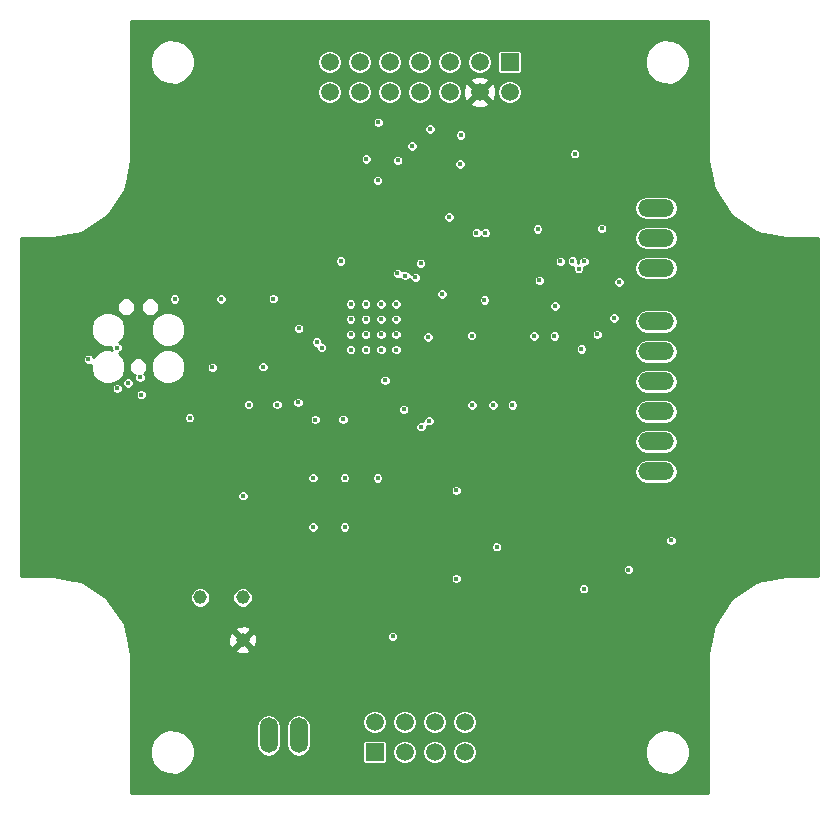
<source format=gbr>
G04 #@! TF.FileFunction,Copper,L3,Inr,Signal*
%FSLAX46Y46*%
G04 Gerber Fmt 4.6, Leading zero omitted, Abs format (unit mm)*
G04 Created by KiCad (PCBNEW 4.0.4-stable) date 01/20/17 21:30:08*
%MOMM*%
%LPD*%
G01*
G04 APERTURE LIST*
%ADD10C,0.100000*%
%ADD11O,3.014980X1.506220*%
%ADD12R,1.498600X1.498600*%
%ADD13C,1.498600*%
%ADD14C,1.158000*%
%ADD15R,1.510000X1.510000*%
%ADD16C,1.510000*%
%ADD17O,1.510000X3.010000*%
%ADD18C,0.406400*%
%ADD19C,0.609600*%
%ADD20C,0.254000*%
G04 APERTURE END LIST*
D10*
D11*
X147015200Y-84759800D03*
X147015200Y-87299800D03*
X147015200Y-89839800D03*
X147015200Y-94361000D03*
X147015200Y-96901000D03*
X147015200Y-99441000D03*
X147015200Y-101981000D03*
X147015200Y-104521000D03*
X147015200Y-107061000D03*
D12*
X134620000Y-72390000D03*
D13*
X134620000Y-74930000D03*
X132080000Y-72390000D03*
X132080000Y-74930000D03*
X129540000Y-72390000D03*
X129540000Y-74930000D03*
X127000000Y-72390000D03*
X127000000Y-74930000D03*
X124460000Y-72390000D03*
X124460000Y-74930000D03*
X121920000Y-72390000D03*
X121920000Y-74930000D03*
X119380000Y-72390000D03*
X119380000Y-74930000D03*
D14*
X108422000Y-117729000D03*
X112014000Y-121321000D03*
X112014000Y-117729000D03*
D15*
X123190000Y-130810000D03*
D16*
X123190000Y-128270000D03*
X125730000Y-130810000D03*
X125730000Y-128270000D03*
X128270000Y-130810000D03*
X128270000Y-128270000D03*
X130810000Y-130810000D03*
X130810000Y-128270000D03*
D17*
X114223800Y-129413000D03*
X116763800Y-129413000D03*
D18*
X124714000Y-121031000D03*
X127863600Y-78079600D03*
X126365000Y-79502000D03*
X125145800Y-80721200D03*
X123444000Y-82423000D03*
X122478800Y-80619600D03*
X123494800Y-77495400D03*
X134848600Y-101447600D03*
X133197600Y-101447600D03*
X131419600Y-101447600D03*
X101396800Y-100025200D03*
X110185200Y-92456000D03*
X120497600Y-102641400D03*
X118160800Y-102666800D03*
X140893800Y-116992400D03*
X133527800Y-113436400D03*
X148285200Y-112903000D03*
X103327200Y-99085400D03*
X103428800Y-100558600D03*
X98958400Y-97561400D03*
X106248200Y-92456000D03*
X143891000Y-91008200D03*
X137134600Y-90881200D03*
X130479800Y-78587600D03*
X130429000Y-81026000D03*
X142417800Y-86487000D03*
X127076200Y-89433400D03*
X113741200Y-98196400D03*
X109448600Y-98247200D03*
X143459200Y-94056200D03*
X142036800Y-95453200D03*
X140690600Y-96697800D03*
X140919200Y-89281000D03*
X114604800Y-92430600D03*
X114935000Y-101396800D03*
X112522000Y-101396800D03*
X120319800Y-89230200D03*
X136677400Y-95605600D03*
X140131800Y-80162400D03*
X125012850Y-92883350D03*
X123725350Y-92883350D03*
X122437850Y-92883350D03*
X121150350Y-92883350D03*
X121150350Y-94170850D03*
X122437850Y-94170850D03*
X125012850Y-94170850D03*
X123725350Y-94170850D03*
X123725350Y-95458350D03*
X122437850Y-95458350D03*
X121150350Y-95458350D03*
X121150350Y-96745850D03*
X122437850Y-96745850D03*
X123725350Y-96745850D03*
X125012850Y-96745850D03*
X125012850Y-95458350D03*
X136983835Y-86541465D03*
X131802235Y-86846265D03*
X131394200Y-95554800D03*
X127711200Y-95681800D03*
X116763800Y-94945200D03*
X125415000Y-104709000D03*
X111302800Y-91922600D03*
X149352000Y-85953600D03*
X128524000Y-116535200D03*
X133629400Y-116306600D03*
X143459200Y-116230400D03*
X148640800Y-115341400D03*
X149352000Y-83362800D03*
X118160800Y-98552000D03*
X119329200Y-89230200D03*
X130760835Y-89128600D03*
X136956800Y-89712800D03*
X126288800Y-82981800D03*
X132080000Y-82905600D03*
X128529200Y-94564600D03*
X128458800Y-96564600D03*
D19*
X142570200Y-82905600D03*
D18*
X141960600Y-85750400D03*
X142417800Y-87553800D03*
X126290435Y-84306265D03*
X136958435Y-87506665D03*
X130760835Y-87989265D03*
X124333000Y-90424000D03*
X121818400Y-90424000D03*
X118668800Y-95554800D03*
X125755400Y-90474800D03*
X107518200Y-102514400D03*
X101371400Y-96570800D03*
X118287800Y-96088200D03*
X102311200Y-99568000D03*
X118694200Y-96570800D03*
X140462000Y-89890600D03*
X128905000Y-92049600D03*
X129489200Y-85521800D03*
X132486400Y-92557600D03*
X132564235Y-86846265D03*
X138404600Y-95580200D03*
X139928600Y-89255600D03*
X138479800Y-93064600D03*
X138912600Y-89281000D03*
X126644400Y-90627200D03*
X125120400Y-90297000D03*
X117983000Y-107594400D03*
X117983000Y-111760000D03*
X120650000Y-111760000D03*
X120650000Y-107594400D03*
X123444000Y-107619800D03*
X127787400Y-102768400D03*
X144678400Y-115366800D03*
X130098800Y-108661200D03*
X127127000Y-103276400D03*
X125653800Y-101803200D03*
X124079000Y-99339400D03*
X130098800Y-116128800D03*
X112039400Y-109118400D03*
X116713000Y-101219000D03*
D20*
G36*
X151436000Y-80645000D02*
X151442322Y-80676782D01*
X151442322Y-80709185D01*
X151925687Y-83139224D01*
X151974812Y-83257823D01*
X153351319Y-85317911D01*
X153442089Y-85408681D01*
X155502177Y-86785189D01*
X155574615Y-86815193D01*
X155620775Y-86834313D01*
X158050815Y-87317678D01*
X158083218Y-87317678D01*
X158115000Y-87324000D01*
X160707000Y-87324000D01*
X160707000Y-115876000D01*
X158115000Y-115876000D01*
X158083218Y-115882322D01*
X158050815Y-115882322D01*
X155620775Y-116365687D01*
X155586039Y-116380075D01*
X155502177Y-116414811D01*
X153442091Y-117791317D01*
X153351319Y-117882089D01*
X151974812Y-119942177D01*
X151974812Y-119942178D01*
X151925687Y-120060776D01*
X151442322Y-122490815D01*
X151442322Y-122523218D01*
X151436000Y-122555000D01*
X151436000Y-134291000D01*
X102564000Y-134291000D01*
X102564000Y-131187265D01*
X104139670Y-131187265D01*
X104429078Y-131887686D01*
X104964495Y-132424039D01*
X105664410Y-132714668D01*
X106422265Y-132715330D01*
X107122686Y-132425922D01*
X107659039Y-131890505D01*
X107949668Y-131190590D01*
X107950330Y-130432735D01*
X107660922Y-129732314D01*
X107125505Y-129195961D01*
X106425590Y-128905332D01*
X105667735Y-128904670D01*
X104967314Y-129194078D01*
X104430961Y-129729495D01*
X104140332Y-130429410D01*
X104139670Y-131187265D01*
X102564000Y-131187265D01*
X102564000Y-128628042D01*
X113189400Y-128628042D01*
X113189400Y-130197958D01*
X113268139Y-130593806D01*
X113492369Y-130929389D01*
X113827952Y-131153619D01*
X114223800Y-131232358D01*
X114619648Y-131153619D01*
X114955231Y-130929389D01*
X115179461Y-130593806D01*
X115258200Y-130197958D01*
X115258200Y-128628042D01*
X115729400Y-128628042D01*
X115729400Y-130197958D01*
X115808139Y-130593806D01*
X116032369Y-130929389D01*
X116367952Y-131153619D01*
X116763800Y-131232358D01*
X117159648Y-131153619D01*
X117495231Y-130929389D01*
X117719461Y-130593806D01*
X117798200Y-130197958D01*
X117798200Y-130055000D01*
X122150127Y-130055000D01*
X122150127Y-131565000D01*
X122169609Y-131668539D01*
X122230801Y-131763634D01*
X122324168Y-131827429D01*
X122435000Y-131849873D01*
X123945000Y-131849873D01*
X124048539Y-131830391D01*
X124143634Y-131769199D01*
X124207429Y-131675832D01*
X124229873Y-131565000D01*
X124229873Y-131014852D01*
X124695421Y-131014852D01*
X124852567Y-131395175D01*
X125143294Y-131686410D01*
X125523342Y-131844220D01*
X125934852Y-131844579D01*
X126315175Y-131687433D01*
X126606410Y-131396706D01*
X126764220Y-131016658D01*
X126764221Y-131014852D01*
X127235421Y-131014852D01*
X127392567Y-131395175D01*
X127683294Y-131686410D01*
X128063342Y-131844220D01*
X128474852Y-131844579D01*
X128855175Y-131687433D01*
X129146410Y-131396706D01*
X129304220Y-131016658D01*
X129304221Y-131014852D01*
X129775421Y-131014852D01*
X129932567Y-131395175D01*
X130223294Y-131686410D01*
X130603342Y-131844220D01*
X131014852Y-131844579D01*
X131395175Y-131687433D01*
X131686410Y-131396706D01*
X131773377Y-131187265D01*
X146049670Y-131187265D01*
X146339078Y-131887686D01*
X146874495Y-132424039D01*
X147574410Y-132714668D01*
X148332265Y-132715330D01*
X149032686Y-132425922D01*
X149569039Y-131890505D01*
X149859668Y-131190590D01*
X149860330Y-130432735D01*
X149570922Y-129732314D01*
X149035505Y-129195961D01*
X148335590Y-128905332D01*
X147577735Y-128904670D01*
X146877314Y-129194078D01*
X146340961Y-129729495D01*
X146050332Y-130429410D01*
X146049670Y-131187265D01*
X131773377Y-131187265D01*
X131844220Y-131016658D01*
X131844579Y-130605148D01*
X131687433Y-130224825D01*
X131396706Y-129933590D01*
X131016658Y-129775780D01*
X130605148Y-129775421D01*
X130224825Y-129932567D01*
X129933590Y-130223294D01*
X129775780Y-130603342D01*
X129775421Y-131014852D01*
X129304221Y-131014852D01*
X129304579Y-130605148D01*
X129147433Y-130224825D01*
X128856706Y-129933590D01*
X128476658Y-129775780D01*
X128065148Y-129775421D01*
X127684825Y-129932567D01*
X127393590Y-130223294D01*
X127235780Y-130603342D01*
X127235421Y-131014852D01*
X126764221Y-131014852D01*
X126764579Y-130605148D01*
X126607433Y-130224825D01*
X126316706Y-129933590D01*
X125936658Y-129775780D01*
X125525148Y-129775421D01*
X125144825Y-129932567D01*
X124853590Y-130223294D01*
X124695780Y-130603342D01*
X124695421Y-131014852D01*
X124229873Y-131014852D01*
X124229873Y-130055000D01*
X124210391Y-129951461D01*
X124149199Y-129856366D01*
X124055832Y-129792571D01*
X123945000Y-129770127D01*
X122435000Y-129770127D01*
X122331461Y-129789609D01*
X122236366Y-129850801D01*
X122172571Y-129944168D01*
X122150127Y-130055000D01*
X117798200Y-130055000D01*
X117798200Y-128628042D01*
X117767729Y-128474852D01*
X122155421Y-128474852D01*
X122312567Y-128855175D01*
X122603294Y-129146410D01*
X122983342Y-129304220D01*
X123394852Y-129304579D01*
X123775175Y-129147433D01*
X124066410Y-128856706D01*
X124224220Y-128476658D01*
X124224221Y-128474852D01*
X124695421Y-128474852D01*
X124852567Y-128855175D01*
X125143294Y-129146410D01*
X125523342Y-129304220D01*
X125934852Y-129304579D01*
X126315175Y-129147433D01*
X126606410Y-128856706D01*
X126764220Y-128476658D01*
X126764221Y-128474852D01*
X127235421Y-128474852D01*
X127392567Y-128855175D01*
X127683294Y-129146410D01*
X128063342Y-129304220D01*
X128474852Y-129304579D01*
X128855175Y-129147433D01*
X129146410Y-128856706D01*
X129304220Y-128476658D01*
X129304221Y-128474852D01*
X129775421Y-128474852D01*
X129932567Y-128855175D01*
X130223294Y-129146410D01*
X130603342Y-129304220D01*
X131014852Y-129304579D01*
X131395175Y-129147433D01*
X131686410Y-128856706D01*
X131844220Y-128476658D01*
X131844579Y-128065148D01*
X131687433Y-127684825D01*
X131396706Y-127393590D01*
X131016658Y-127235780D01*
X130605148Y-127235421D01*
X130224825Y-127392567D01*
X129933590Y-127683294D01*
X129775780Y-128063342D01*
X129775421Y-128474852D01*
X129304221Y-128474852D01*
X129304579Y-128065148D01*
X129147433Y-127684825D01*
X128856706Y-127393590D01*
X128476658Y-127235780D01*
X128065148Y-127235421D01*
X127684825Y-127392567D01*
X127393590Y-127683294D01*
X127235780Y-128063342D01*
X127235421Y-128474852D01*
X126764221Y-128474852D01*
X126764579Y-128065148D01*
X126607433Y-127684825D01*
X126316706Y-127393590D01*
X125936658Y-127235780D01*
X125525148Y-127235421D01*
X125144825Y-127392567D01*
X124853590Y-127683294D01*
X124695780Y-128063342D01*
X124695421Y-128474852D01*
X124224221Y-128474852D01*
X124224579Y-128065148D01*
X124067433Y-127684825D01*
X123776706Y-127393590D01*
X123396658Y-127235780D01*
X122985148Y-127235421D01*
X122604825Y-127392567D01*
X122313590Y-127683294D01*
X122155780Y-128063342D01*
X122155421Y-128474852D01*
X117767729Y-128474852D01*
X117719461Y-128232194D01*
X117495231Y-127896611D01*
X117159648Y-127672381D01*
X116763800Y-127593642D01*
X116367952Y-127672381D01*
X116032369Y-127896611D01*
X115808139Y-128232194D01*
X115729400Y-128628042D01*
X115258200Y-128628042D01*
X115179461Y-128232194D01*
X114955231Y-127896611D01*
X114619648Y-127672381D01*
X114223800Y-127593642D01*
X113827952Y-127672381D01*
X113492369Y-127896611D01*
X113268139Y-128232194D01*
X113189400Y-128628042D01*
X102564000Y-128628042D01*
X102564000Y-122555000D01*
X102557678Y-122523218D01*
X102557678Y-122490815D01*
X102493565Y-122168492D01*
X111346114Y-122168492D01*
X111393034Y-122391752D01*
X111850062Y-122547879D01*
X112332047Y-122517225D01*
X112634966Y-122391752D01*
X112681886Y-122168492D01*
X112014000Y-121500605D01*
X111346114Y-122168492D01*
X102493565Y-122168492D01*
X102292379Y-121157062D01*
X110787121Y-121157062D01*
X110817775Y-121639047D01*
X110943248Y-121941966D01*
X111166508Y-121988886D01*
X111834395Y-121321000D01*
X112193605Y-121321000D01*
X112861492Y-121988886D01*
X113084752Y-121941966D01*
X113240879Y-121484938D01*
X113218088Y-121126574D01*
X124231316Y-121126574D01*
X124304633Y-121304014D01*
X124440272Y-121439890D01*
X124617584Y-121513516D01*
X124809574Y-121513684D01*
X124987014Y-121440367D01*
X125122890Y-121304728D01*
X125196516Y-121127416D01*
X125196684Y-120935426D01*
X125123367Y-120757986D01*
X124987728Y-120622110D01*
X124810416Y-120548484D01*
X124618426Y-120548316D01*
X124440986Y-120621633D01*
X124305110Y-120757272D01*
X124231484Y-120934584D01*
X124231316Y-121126574D01*
X113218088Y-121126574D01*
X113210225Y-121002953D01*
X113084752Y-120700034D01*
X112861492Y-120653114D01*
X112193605Y-121321000D01*
X111834395Y-121321000D01*
X111166508Y-120653114D01*
X110943248Y-120700034D01*
X110787121Y-121157062D01*
X102292379Y-121157062D01*
X102156412Y-120473508D01*
X111346114Y-120473508D01*
X112014000Y-121141395D01*
X112681886Y-120473508D01*
X112634966Y-120250248D01*
X112177938Y-120094121D01*
X111695953Y-120124775D01*
X111393034Y-120250248D01*
X111346114Y-120473508D01*
X102156412Y-120473508D01*
X102074313Y-120060775D01*
X102059925Y-120026039D01*
X102025189Y-119942177D01*
X100659979Y-117898997D01*
X107563451Y-117898997D01*
X107693860Y-118214609D01*
X107935121Y-118456292D01*
X108250505Y-118587251D01*
X108591997Y-118587549D01*
X108907609Y-118457140D01*
X109149292Y-118215879D01*
X109280251Y-117900495D01*
X109280252Y-117898997D01*
X111155451Y-117898997D01*
X111285860Y-118214609D01*
X111527121Y-118456292D01*
X111842505Y-118587251D01*
X112183997Y-118587549D01*
X112499609Y-118457140D01*
X112741292Y-118215879D01*
X112872251Y-117900495D01*
X112872549Y-117559003D01*
X112742140Y-117243391D01*
X112586995Y-117087974D01*
X140411116Y-117087974D01*
X140484433Y-117265414D01*
X140620072Y-117401290D01*
X140797384Y-117474916D01*
X140989374Y-117475084D01*
X141166814Y-117401767D01*
X141302690Y-117266128D01*
X141376316Y-117088816D01*
X141376484Y-116896826D01*
X141303167Y-116719386D01*
X141167528Y-116583510D01*
X140990216Y-116509884D01*
X140798226Y-116509716D01*
X140620786Y-116583033D01*
X140484910Y-116718672D01*
X140411284Y-116895984D01*
X140411116Y-117087974D01*
X112586995Y-117087974D01*
X112500879Y-117001708D01*
X112185495Y-116870749D01*
X111844003Y-116870451D01*
X111528391Y-117000860D01*
X111286708Y-117242121D01*
X111155749Y-117557505D01*
X111155451Y-117898997D01*
X109280252Y-117898997D01*
X109280549Y-117559003D01*
X109150140Y-117243391D01*
X108908879Y-117001708D01*
X108593495Y-116870749D01*
X108252003Y-116870451D01*
X107936391Y-117000860D01*
X107694708Y-117242121D01*
X107563749Y-117557505D01*
X107563451Y-117898997D01*
X100659979Y-117898997D01*
X100648681Y-117882089D01*
X100557911Y-117791319D01*
X98497823Y-116414812D01*
X98379224Y-116365687D01*
X97668796Y-116224374D01*
X129616116Y-116224374D01*
X129689433Y-116401814D01*
X129825072Y-116537690D01*
X130002384Y-116611316D01*
X130194374Y-116611484D01*
X130371814Y-116538167D01*
X130507690Y-116402528D01*
X130581316Y-116225216D01*
X130581484Y-116033226D01*
X130508167Y-115855786D01*
X130372528Y-115719910D01*
X130195216Y-115646284D01*
X130003226Y-115646116D01*
X129825786Y-115719433D01*
X129689910Y-115855072D01*
X129616284Y-116032384D01*
X129616116Y-116224374D01*
X97668796Y-116224374D01*
X95949185Y-115882322D01*
X95916782Y-115882322D01*
X95885000Y-115876000D01*
X93293000Y-115876000D01*
X93293000Y-115462374D01*
X144195716Y-115462374D01*
X144269033Y-115639814D01*
X144404672Y-115775690D01*
X144581984Y-115849316D01*
X144773974Y-115849484D01*
X144951414Y-115776167D01*
X145087290Y-115640528D01*
X145160916Y-115463216D01*
X145161084Y-115271226D01*
X145087767Y-115093786D01*
X144952128Y-114957910D01*
X144774816Y-114884284D01*
X144582826Y-114884116D01*
X144405386Y-114957433D01*
X144269510Y-115093072D01*
X144195884Y-115270384D01*
X144195716Y-115462374D01*
X93293000Y-115462374D01*
X93293000Y-113531974D01*
X133045116Y-113531974D01*
X133118433Y-113709414D01*
X133254072Y-113845290D01*
X133431384Y-113918916D01*
X133623374Y-113919084D01*
X133800814Y-113845767D01*
X133936690Y-113710128D01*
X134010316Y-113532816D01*
X134010484Y-113340826D01*
X133937167Y-113163386D01*
X133801528Y-113027510D01*
X133731843Y-112998574D01*
X147802516Y-112998574D01*
X147875833Y-113176014D01*
X148011472Y-113311890D01*
X148188784Y-113385516D01*
X148380774Y-113385684D01*
X148558214Y-113312367D01*
X148694090Y-113176728D01*
X148767716Y-112999416D01*
X148767884Y-112807426D01*
X148694567Y-112629986D01*
X148558928Y-112494110D01*
X148381616Y-112420484D01*
X148189626Y-112420316D01*
X148012186Y-112493633D01*
X147876310Y-112629272D01*
X147802684Y-112806584D01*
X147802516Y-112998574D01*
X133731843Y-112998574D01*
X133624216Y-112953884D01*
X133432226Y-112953716D01*
X133254786Y-113027033D01*
X133118910Y-113162672D01*
X133045284Y-113339984D01*
X133045116Y-113531974D01*
X93293000Y-113531974D01*
X93293000Y-111855574D01*
X117500316Y-111855574D01*
X117573633Y-112033014D01*
X117709272Y-112168890D01*
X117886584Y-112242516D01*
X118078574Y-112242684D01*
X118256014Y-112169367D01*
X118391890Y-112033728D01*
X118465516Y-111856416D01*
X118465516Y-111855574D01*
X120167316Y-111855574D01*
X120240633Y-112033014D01*
X120376272Y-112168890D01*
X120553584Y-112242516D01*
X120745574Y-112242684D01*
X120923014Y-112169367D01*
X121058890Y-112033728D01*
X121132516Y-111856416D01*
X121132684Y-111664426D01*
X121059367Y-111486986D01*
X120923728Y-111351110D01*
X120746416Y-111277484D01*
X120554426Y-111277316D01*
X120376986Y-111350633D01*
X120241110Y-111486272D01*
X120167484Y-111663584D01*
X120167316Y-111855574D01*
X118465516Y-111855574D01*
X118465684Y-111664426D01*
X118392367Y-111486986D01*
X118256728Y-111351110D01*
X118079416Y-111277484D01*
X117887426Y-111277316D01*
X117709986Y-111350633D01*
X117574110Y-111486272D01*
X117500484Y-111663584D01*
X117500316Y-111855574D01*
X93293000Y-111855574D01*
X93293000Y-109213974D01*
X111556716Y-109213974D01*
X111630033Y-109391414D01*
X111765672Y-109527290D01*
X111942984Y-109600916D01*
X112134974Y-109601084D01*
X112312414Y-109527767D01*
X112448290Y-109392128D01*
X112521916Y-109214816D01*
X112522084Y-109022826D01*
X112448767Y-108845386D01*
X112360310Y-108756774D01*
X129616116Y-108756774D01*
X129689433Y-108934214D01*
X129825072Y-109070090D01*
X130002384Y-109143716D01*
X130194374Y-109143884D01*
X130371814Y-109070567D01*
X130507690Y-108934928D01*
X130581316Y-108757616D01*
X130581484Y-108565626D01*
X130508167Y-108388186D01*
X130372528Y-108252310D01*
X130195216Y-108178684D01*
X130003226Y-108178516D01*
X129825786Y-108251833D01*
X129689910Y-108387472D01*
X129616284Y-108564784D01*
X129616116Y-108756774D01*
X112360310Y-108756774D01*
X112313128Y-108709510D01*
X112135816Y-108635884D01*
X111943826Y-108635716D01*
X111766386Y-108709033D01*
X111630510Y-108844672D01*
X111556884Y-109021984D01*
X111556716Y-109213974D01*
X93293000Y-109213974D01*
X93293000Y-107689974D01*
X117500316Y-107689974D01*
X117573633Y-107867414D01*
X117709272Y-108003290D01*
X117886584Y-108076916D01*
X118078574Y-108077084D01*
X118256014Y-108003767D01*
X118391890Y-107868128D01*
X118465516Y-107690816D01*
X118465516Y-107689974D01*
X120167316Y-107689974D01*
X120240633Y-107867414D01*
X120376272Y-108003290D01*
X120553584Y-108076916D01*
X120745574Y-108077084D01*
X120923014Y-108003767D01*
X121058890Y-107868128D01*
X121122318Y-107715374D01*
X122961316Y-107715374D01*
X123034633Y-107892814D01*
X123170272Y-108028690D01*
X123347584Y-108102316D01*
X123539574Y-108102484D01*
X123717014Y-108029167D01*
X123852890Y-107893528D01*
X123926516Y-107716216D01*
X123926684Y-107524226D01*
X123853367Y-107346786D01*
X123717728Y-107210910D01*
X123540416Y-107137284D01*
X123348426Y-107137116D01*
X123170986Y-107210433D01*
X123035110Y-107346072D01*
X122961484Y-107523384D01*
X122961316Y-107715374D01*
X121122318Y-107715374D01*
X121132516Y-107690816D01*
X121132684Y-107498826D01*
X121059367Y-107321386D01*
X120923728Y-107185510D01*
X120746416Y-107111884D01*
X120554426Y-107111716D01*
X120376986Y-107185033D01*
X120241110Y-107320672D01*
X120167484Y-107497984D01*
X120167316Y-107689974D01*
X118465516Y-107689974D01*
X118465684Y-107498826D01*
X118392367Y-107321386D01*
X118256728Y-107185510D01*
X118079416Y-107111884D01*
X117887426Y-107111716D01*
X117709986Y-107185033D01*
X117574110Y-107320672D01*
X117500484Y-107497984D01*
X117500316Y-107689974D01*
X93293000Y-107689974D01*
X93293000Y-107061000D01*
X145193303Y-107061000D01*
X145271898Y-107456124D01*
X145495718Y-107791095D01*
X145830689Y-108014915D01*
X146225813Y-108093510D01*
X147804587Y-108093510D01*
X148199711Y-108014915D01*
X148534682Y-107791095D01*
X148758502Y-107456124D01*
X148837097Y-107061000D01*
X148758502Y-106665876D01*
X148534682Y-106330905D01*
X148199711Y-106107085D01*
X147804587Y-106028490D01*
X146225813Y-106028490D01*
X145830689Y-106107085D01*
X145495718Y-106330905D01*
X145271898Y-106665876D01*
X145193303Y-107061000D01*
X93293000Y-107061000D01*
X93293000Y-104521000D01*
X145193303Y-104521000D01*
X145271898Y-104916124D01*
X145495718Y-105251095D01*
X145830689Y-105474915D01*
X146225813Y-105553510D01*
X147804587Y-105553510D01*
X148199711Y-105474915D01*
X148534682Y-105251095D01*
X148758502Y-104916124D01*
X148837097Y-104521000D01*
X148758502Y-104125876D01*
X148534682Y-103790905D01*
X148199711Y-103567085D01*
X147804587Y-103488490D01*
X146225813Y-103488490D01*
X145830689Y-103567085D01*
X145495718Y-103790905D01*
X145271898Y-104125876D01*
X145193303Y-104521000D01*
X93293000Y-104521000D01*
X93293000Y-103371974D01*
X126644316Y-103371974D01*
X126717633Y-103549414D01*
X126853272Y-103685290D01*
X127030584Y-103758916D01*
X127222574Y-103759084D01*
X127400014Y-103685767D01*
X127535890Y-103550128D01*
X127609516Y-103372816D01*
X127609652Y-103217144D01*
X127690984Y-103250916D01*
X127882974Y-103251084D01*
X128060414Y-103177767D01*
X128196290Y-103042128D01*
X128269916Y-102864816D01*
X128270084Y-102672826D01*
X128196767Y-102495386D01*
X128061128Y-102359510D01*
X127883816Y-102285884D01*
X127691826Y-102285716D01*
X127514386Y-102359033D01*
X127378510Y-102494672D01*
X127304884Y-102671984D01*
X127304748Y-102827656D01*
X127223416Y-102793884D01*
X127031426Y-102793716D01*
X126853986Y-102867033D01*
X126718110Y-103002672D01*
X126644484Y-103179984D01*
X126644316Y-103371974D01*
X93293000Y-103371974D01*
X93293000Y-102609974D01*
X107035516Y-102609974D01*
X107108833Y-102787414D01*
X107244472Y-102923290D01*
X107421784Y-102996916D01*
X107613774Y-102997084D01*
X107791214Y-102923767D01*
X107927090Y-102788128D01*
X107937783Y-102762374D01*
X117678116Y-102762374D01*
X117751433Y-102939814D01*
X117887072Y-103075690D01*
X118064384Y-103149316D01*
X118256374Y-103149484D01*
X118433814Y-103076167D01*
X118569690Y-102940528D01*
X118643316Y-102763216D01*
X118643338Y-102736974D01*
X120014916Y-102736974D01*
X120088233Y-102914414D01*
X120223872Y-103050290D01*
X120401184Y-103123916D01*
X120593174Y-103124084D01*
X120770614Y-103050767D01*
X120906490Y-102915128D01*
X120980116Y-102737816D01*
X120980284Y-102545826D01*
X120906967Y-102368386D01*
X120771328Y-102232510D01*
X120594016Y-102158884D01*
X120402026Y-102158716D01*
X120224586Y-102232033D01*
X120088710Y-102367672D01*
X120015084Y-102544984D01*
X120014916Y-102736974D01*
X118643338Y-102736974D01*
X118643484Y-102571226D01*
X118570167Y-102393786D01*
X118434528Y-102257910D01*
X118257216Y-102184284D01*
X118065226Y-102184116D01*
X117887786Y-102257433D01*
X117751910Y-102393072D01*
X117678284Y-102570384D01*
X117678116Y-102762374D01*
X107937783Y-102762374D01*
X108000716Y-102610816D01*
X108000884Y-102418826D01*
X107927567Y-102241386D01*
X107791928Y-102105510D01*
X107614616Y-102031884D01*
X107422626Y-102031716D01*
X107245186Y-102105033D01*
X107109310Y-102240672D01*
X107035684Y-102417984D01*
X107035516Y-102609974D01*
X93293000Y-102609974D01*
X93293000Y-101898774D01*
X125171116Y-101898774D01*
X125244433Y-102076214D01*
X125380072Y-102212090D01*
X125557384Y-102285716D01*
X125749374Y-102285884D01*
X125926814Y-102212567D01*
X126062690Y-102076928D01*
X126102522Y-101981000D01*
X145193303Y-101981000D01*
X145271898Y-102376124D01*
X145495718Y-102711095D01*
X145830689Y-102934915D01*
X146225813Y-103013510D01*
X147804587Y-103013510D01*
X148199711Y-102934915D01*
X148534682Y-102711095D01*
X148758502Y-102376124D01*
X148837097Y-101981000D01*
X148758502Y-101585876D01*
X148534682Y-101250905D01*
X148199711Y-101027085D01*
X147804587Y-100948490D01*
X146225813Y-100948490D01*
X145830689Y-101027085D01*
X145495718Y-101250905D01*
X145271898Y-101585876D01*
X145193303Y-101981000D01*
X126102522Y-101981000D01*
X126136316Y-101899616D01*
X126136484Y-101707626D01*
X126068534Y-101543174D01*
X130936916Y-101543174D01*
X131010233Y-101720614D01*
X131145872Y-101856490D01*
X131323184Y-101930116D01*
X131515174Y-101930284D01*
X131692614Y-101856967D01*
X131828490Y-101721328D01*
X131902116Y-101544016D01*
X131902116Y-101543174D01*
X132714916Y-101543174D01*
X132788233Y-101720614D01*
X132923872Y-101856490D01*
X133101184Y-101930116D01*
X133293174Y-101930284D01*
X133470614Y-101856967D01*
X133606490Y-101721328D01*
X133680116Y-101544016D01*
X133680116Y-101543174D01*
X134365916Y-101543174D01*
X134439233Y-101720614D01*
X134574872Y-101856490D01*
X134752184Y-101930116D01*
X134944174Y-101930284D01*
X135121614Y-101856967D01*
X135257490Y-101721328D01*
X135331116Y-101544016D01*
X135331284Y-101352026D01*
X135257967Y-101174586D01*
X135122328Y-101038710D01*
X134945016Y-100965084D01*
X134753026Y-100964916D01*
X134575586Y-101038233D01*
X134439710Y-101173872D01*
X134366084Y-101351184D01*
X134365916Y-101543174D01*
X133680116Y-101543174D01*
X133680284Y-101352026D01*
X133606967Y-101174586D01*
X133471328Y-101038710D01*
X133294016Y-100965084D01*
X133102026Y-100964916D01*
X132924586Y-101038233D01*
X132788710Y-101173872D01*
X132715084Y-101351184D01*
X132714916Y-101543174D01*
X131902116Y-101543174D01*
X131902284Y-101352026D01*
X131828967Y-101174586D01*
X131693328Y-101038710D01*
X131516016Y-100965084D01*
X131324026Y-100964916D01*
X131146586Y-101038233D01*
X131010710Y-101173872D01*
X130937084Y-101351184D01*
X130936916Y-101543174D01*
X126068534Y-101543174D01*
X126063167Y-101530186D01*
X125927528Y-101394310D01*
X125750216Y-101320684D01*
X125558226Y-101320516D01*
X125380786Y-101393833D01*
X125244910Y-101529472D01*
X125171284Y-101706784D01*
X125171116Y-101898774D01*
X93293000Y-101898774D01*
X93293000Y-101492374D01*
X112039316Y-101492374D01*
X112112633Y-101669814D01*
X112248272Y-101805690D01*
X112425584Y-101879316D01*
X112617574Y-101879484D01*
X112795014Y-101806167D01*
X112930890Y-101670528D01*
X113004516Y-101493216D01*
X113004516Y-101492374D01*
X114452316Y-101492374D01*
X114525633Y-101669814D01*
X114661272Y-101805690D01*
X114838584Y-101879316D01*
X115030574Y-101879484D01*
X115208014Y-101806167D01*
X115343890Y-101670528D01*
X115417516Y-101493216D01*
X115417672Y-101314574D01*
X116230316Y-101314574D01*
X116303633Y-101492014D01*
X116439272Y-101627890D01*
X116616584Y-101701516D01*
X116808574Y-101701684D01*
X116986014Y-101628367D01*
X117121890Y-101492728D01*
X117195516Y-101315416D01*
X117195684Y-101123426D01*
X117122367Y-100945986D01*
X116986728Y-100810110D01*
X116809416Y-100736484D01*
X116617426Y-100736316D01*
X116439986Y-100809633D01*
X116304110Y-100945272D01*
X116230484Y-101122584D01*
X116230316Y-101314574D01*
X115417672Y-101314574D01*
X115417684Y-101301226D01*
X115344367Y-101123786D01*
X115208728Y-100987910D01*
X115031416Y-100914284D01*
X114839426Y-100914116D01*
X114661986Y-100987433D01*
X114526110Y-101123072D01*
X114452484Y-101300384D01*
X114452316Y-101492374D01*
X113004516Y-101492374D01*
X113004684Y-101301226D01*
X112931367Y-101123786D01*
X112795728Y-100987910D01*
X112618416Y-100914284D01*
X112426426Y-100914116D01*
X112248986Y-100987433D01*
X112113110Y-101123072D01*
X112039484Y-101300384D01*
X112039316Y-101492374D01*
X93293000Y-101492374D01*
X93293000Y-100654174D01*
X102946116Y-100654174D01*
X103019433Y-100831614D01*
X103155072Y-100967490D01*
X103332384Y-101041116D01*
X103524374Y-101041284D01*
X103701814Y-100967967D01*
X103837690Y-100832328D01*
X103911316Y-100655016D01*
X103911484Y-100463026D01*
X103838167Y-100285586D01*
X103702528Y-100149710D01*
X103525216Y-100076084D01*
X103333226Y-100075916D01*
X103155786Y-100149233D01*
X103019910Y-100284872D01*
X102946284Y-100462184D01*
X102946116Y-100654174D01*
X93293000Y-100654174D01*
X93293000Y-100120774D01*
X100914116Y-100120774D01*
X100987433Y-100298214D01*
X101123072Y-100434090D01*
X101300384Y-100507716D01*
X101492374Y-100507884D01*
X101669814Y-100434567D01*
X101805690Y-100298928D01*
X101879316Y-100121616D01*
X101879484Y-99929626D01*
X101806167Y-99752186D01*
X101717710Y-99663574D01*
X101828516Y-99663574D01*
X101901833Y-99841014D01*
X102037472Y-99976890D01*
X102214784Y-100050516D01*
X102406774Y-100050684D01*
X102584214Y-99977367D01*
X102720090Y-99841728D01*
X102793716Y-99664416D01*
X102793884Y-99472426D01*
X102720567Y-99294986D01*
X102584928Y-99159110D01*
X102407616Y-99085484D01*
X102215626Y-99085316D01*
X102038186Y-99158633D01*
X101902310Y-99294272D01*
X101828684Y-99471584D01*
X101828516Y-99663574D01*
X101717710Y-99663574D01*
X101670528Y-99616310D01*
X101493216Y-99542684D01*
X101301226Y-99542516D01*
X101123786Y-99615833D01*
X100987910Y-99751472D01*
X100914284Y-99928784D01*
X100914116Y-100120774D01*
X93293000Y-100120774D01*
X93293000Y-97656974D01*
X98475716Y-97656974D01*
X98549033Y-97834414D01*
X98684672Y-97970290D01*
X98861984Y-98043916D01*
X99053974Y-98044084D01*
X99142714Y-98007417D01*
X99142296Y-98486894D01*
X99365140Y-99026218D01*
X99777412Y-99439210D01*
X100316345Y-99662995D01*
X100899894Y-99663504D01*
X101439218Y-99440660D01*
X101852210Y-99028388D01*
X102075995Y-98489455D01*
X102076114Y-98352336D01*
X102361864Y-98352336D01*
X102481486Y-98641844D01*
X102702791Y-98863536D01*
X102868246Y-98932239D01*
X102844684Y-98988984D01*
X102844516Y-99180974D01*
X102917833Y-99358414D01*
X103053472Y-99494290D01*
X103230784Y-99567916D01*
X103422774Y-99568084D01*
X103600214Y-99494767D01*
X103736090Y-99359128D01*
X103809716Y-99181816D01*
X103809884Y-98989826D01*
X103736567Y-98812386D01*
X103691793Y-98767534D01*
X103816536Y-98643009D01*
X103881360Y-98486894D01*
X104222296Y-98486894D01*
X104445140Y-99026218D01*
X104857412Y-99439210D01*
X105396345Y-99662995D01*
X105979894Y-99663504D01*
X106519218Y-99440660D01*
X106524913Y-99434974D01*
X123596316Y-99434974D01*
X123669633Y-99612414D01*
X123805272Y-99748290D01*
X123982584Y-99821916D01*
X124174574Y-99822084D01*
X124352014Y-99748767D01*
X124487890Y-99613128D01*
X124559363Y-99441000D01*
X145193303Y-99441000D01*
X145271898Y-99836124D01*
X145495718Y-100171095D01*
X145830689Y-100394915D01*
X146225813Y-100473510D01*
X147804587Y-100473510D01*
X148199711Y-100394915D01*
X148534682Y-100171095D01*
X148758502Y-99836124D01*
X148837097Y-99441000D01*
X148758502Y-99045876D01*
X148534682Y-98710905D01*
X148199711Y-98487085D01*
X147804587Y-98408490D01*
X146225813Y-98408490D01*
X145830689Y-98487085D01*
X145495718Y-98710905D01*
X145271898Y-99045876D01*
X145193303Y-99441000D01*
X124559363Y-99441000D01*
X124561516Y-99435816D01*
X124561684Y-99243826D01*
X124488367Y-99066386D01*
X124352728Y-98930510D01*
X124175416Y-98856884D01*
X123983426Y-98856716D01*
X123805986Y-98930033D01*
X123670110Y-99065672D01*
X123596484Y-99242984D01*
X123596316Y-99434974D01*
X106524913Y-99434974D01*
X106932210Y-99028388D01*
X107155995Y-98489455D01*
X107156122Y-98342774D01*
X108965916Y-98342774D01*
X109039233Y-98520214D01*
X109174872Y-98656090D01*
X109352184Y-98729716D01*
X109544174Y-98729884D01*
X109721614Y-98656567D01*
X109857490Y-98520928D01*
X109931116Y-98343616D01*
X109931161Y-98291974D01*
X113258516Y-98291974D01*
X113331833Y-98469414D01*
X113467472Y-98605290D01*
X113644784Y-98678916D01*
X113836774Y-98679084D01*
X114014214Y-98605767D01*
X114150090Y-98470128D01*
X114223716Y-98292816D01*
X114223884Y-98100826D01*
X114150567Y-97923386D01*
X114014928Y-97787510D01*
X113837616Y-97713884D01*
X113645626Y-97713716D01*
X113468186Y-97787033D01*
X113332310Y-97922672D01*
X113258684Y-98099984D01*
X113258516Y-98291974D01*
X109931161Y-98291974D01*
X109931284Y-98151626D01*
X109857967Y-97974186D01*
X109722328Y-97838310D01*
X109545016Y-97764684D01*
X109353026Y-97764516D01*
X109175586Y-97837833D01*
X109039710Y-97973472D01*
X108966084Y-98150784D01*
X108965916Y-98342774D01*
X107156122Y-98342774D01*
X107156504Y-97905906D01*
X106933660Y-97366582D01*
X106521388Y-96953590D01*
X105982455Y-96729805D01*
X105398906Y-96729296D01*
X104859582Y-96952140D01*
X104446590Y-97364412D01*
X104222805Y-97903345D01*
X104222296Y-98486894D01*
X103881360Y-98486894D01*
X103936663Y-98353711D01*
X103936936Y-98040464D01*
X103817314Y-97750956D01*
X103596009Y-97529264D01*
X103306711Y-97409137D01*
X102993464Y-97408864D01*
X102703956Y-97528486D01*
X102482264Y-97749791D01*
X102362137Y-98039089D01*
X102361864Y-98352336D01*
X102076114Y-98352336D01*
X102076504Y-97905906D01*
X101853660Y-97366582D01*
X101519459Y-97031797D01*
X101644414Y-96980167D01*
X101780290Y-96844528D01*
X101853916Y-96667216D01*
X101854084Y-96475226D01*
X101780767Y-96297786D01*
X101645128Y-96161910D01*
X101573107Y-96132004D01*
X101852210Y-95853388D01*
X102075995Y-95314455D01*
X102075997Y-95311894D01*
X104222296Y-95311894D01*
X104445140Y-95851218D01*
X104857412Y-96264210D01*
X105396345Y-96487995D01*
X105979894Y-96488504D01*
X106519218Y-96265660D01*
X106601247Y-96183774D01*
X117805116Y-96183774D01*
X117878433Y-96361214D01*
X118014072Y-96497090D01*
X118191384Y-96570716D01*
X118211600Y-96570734D01*
X118211516Y-96666374D01*
X118284833Y-96843814D01*
X118420472Y-96979690D01*
X118597784Y-97053316D01*
X118789774Y-97053484D01*
X118967214Y-96980167D01*
X119103090Y-96844528D01*
X119104378Y-96841424D01*
X120667666Y-96841424D01*
X120740983Y-97018864D01*
X120876622Y-97154740D01*
X121053934Y-97228366D01*
X121245924Y-97228534D01*
X121423364Y-97155217D01*
X121559240Y-97019578D01*
X121632866Y-96842266D01*
X121632866Y-96841424D01*
X121955166Y-96841424D01*
X122028483Y-97018864D01*
X122164122Y-97154740D01*
X122341434Y-97228366D01*
X122533424Y-97228534D01*
X122710864Y-97155217D01*
X122846740Y-97019578D01*
X122920366Y-96842266D01*
X122920366Y-96841424D01*
X123242666Y-96841424D01*
X123315983Y-97018864D01*
X123451622Y-97154740D01*
X123628934Y-97228366D01*
X123820924Y-97228534D01*
X123998364Y-97155217D01*
X124134240Y-97019578D01*
X124207866Y-96842266D01*
X124207866Y-96841424D01*
X124530166Y-96841424D01*
X124603483Y-97018864D01*
X124739122Y-97154740D01*
X124916434Y-97228366D01*
X125108424Y-97228534D01*
X125285864Y-97155217D01*
X125421740Y-97019578D01*
X125495366Y-96842266D01*
X125495408Y-96793374D01*
X140207916Y-96793374D01*
X140281233Y-96970814D01*
X140416872Y-97106690D01*
X140594184Y-97180316D01*
X140786174Y-97180484D01*
X140963614Y-97107167D01*
X141099490Y-96971528D01*
X141128775Y-96901000D01*
X145193303Y-96901000D01*
X145271898Y-97296124D01*
X145495718Y-97631095D01*
X145830689Y-97854915D01*
X146225813Y-97933510D01*
X147804587Y-97933510D01*
X148199711Y-97854915D01*
X148534682Y-97631095D01*
X148758502Y-97296124D01*
X148837097Y-96901000D01*
X148758502Y-96505876D01*
X148534682Y-96170905D01*
X148199711Y-95947085D01*
X147804587Y-95868490D01*
X146225813Y-95868490D01*
X145830689Y-95947085D01*
X145495718Y-96170905D01*
X145271898Y-96505876D01*
X145193303Y-96901000D01*
X141128775Y-96901000D01*
X141173116Y-96794216D01*
X141173284Y-96602226D01*
X141099967Y-96424786D01*
X140964328Y-96288910D01*
X140787016Y-96215284D01*
X140595026Y-96215116D01*
X140417586Y-96288433D01*
X140281710Y-96424072D01*
X140208084Y-96601384D01*
X140207916Y-96793374D01*
X125495408Y-96793374D01*
X125495534Y-96650276D01*
X125422217Y-96472836D01*
X125286578Y-96336960D01*
X125109266Y-96263334D01*
X124917276Y-96263166D01*
X124739836Y-96336483D01*
X124603960Y-96472122D01*
X124530334Y-96649434D01*
X124530166Y-96841424D01*
X124207866Y-96841424D01*
X124208034Y-96650276D01*
X124134717Y-96472836D01*
X123999078Y-96336960D01*
X123821766Y-96263334D01*
X123629776Y-96263166D01*
X123452336Y-96336483D01*
X123316460Y-96472122D01*
X123242834Y-96649434D01*
X123242666Y-96841424D01*
X122920366Y-96841424D01*
X122920534Y-96650276D01*
X122847217Y-96472836D01*
X122711578Y-96336960D01*
X122534266Y-96263334D01*
X122342276Y-96263166D01*
X122164836Y-96336483D01*
X122028960Y-96472122D01*
X121955334Y-96649434D01*
X121955166Y-96841424D01*
X121632866Y-96841424D01*
X121633034Y-96650276D01*
X121559717Y-96472836D01*
X121424078Y-96336960D01*
X121246766Y-96263334D01*
X121054776Y-96263166D01*
X120877336Y-96336483D01*
X120741460Y-96472122D01*
X120667834Y-96649434D01*
X120667666Y-96841424D01*
X119104378Y-96841424D01*
X119176716Y-96667216D01*
X119176884Y-96475226D01*
X119103567Y-96297786D01*
X118967928Y-96161910D01*
X118790616Y-96088284D01*
X118770400Y-96088266D01*
X118770484Y-95992626D01*
X118697167Y-95815186D01*
X118561528Y-95679310D01*
X118384216Y-95605684D01*
X118192226Y-95605516D01*
X118014786Y-95678833D01*
X117878910Y-95814472D01*
X117805284Y-95991784D01*
X117805116Y-96183774D01*
X106601247Y-96183774D01*
X106932210Y-95853388D01*
X107056558Y-95553924D01*
X120667666Y-95553924D01*
X120740983Y-95731364D01*
X120876622Y-95867240D01*
X121053934Y-95940866D01*
X121245924Y-95941034D01*
X121423364Y-95867717D01*
X121559240Y-95732078D01*
X121632866Y-95554766D01*
X121632866Y-95553924D01*
X121955166Y-95553924D01*
X122028483Y-95731364D01*
X122164122Y-95867240D01*
X122341434Y-95940866D01*
X122533424Y-95941034D01*
X122710864Y-95867717D01*
X122846740Y-95732078D01*
X122920366Y-95554766D01*
X122920366Y-95553924D01*
X123242666Y-95553924D01*
X123315983Y-95731364D01*
X123451622Y-95867240D01*
X123628934Y-95940866D01*
X123820924Y-95941034D01*
X123998364Y-95867717D01*
X124134240Y-95732078D01*
X124207866Y-95554766D01*
X124207866Y-95553924D01*
X124530166Y-95553924D01*
X124603483Y-95731364D01*
X124739122Y-95867240D01*
X124916434Y-95940866D01*
X125108424Y-95941034D01*
X125285864Y-95867717D01*
X125376364Y-95777374D01*
X127228516Y-95777374D01*
X127301833Y-95954814D01*
X127437472Y-96090690D01*
X127614784Y-96164316D01*
X127806774Y-96164484D01*
X127984214Y-96091167D01*
X128120090Y-95955528D01*
X128193716Y-95778216D01*
X128193827Y-95650374D01*
X130911516Y-95650374D01*
X130984833Y-95827814D01*
X131120472Y-95963690D01*
X131297784Y-96037316D01*
X131489774Y-96037484D01*
X131667214Y-95964167D01*
X131803090Y-95828528D01*
X131855971Y-95701174D01*
X136194716Y-95701174D01*
X136268033Y-95878614D01*
X136403672Y-96014490D01*
X136580984Y-96088116D01*
X136772974Y-96088284D01*
X136950414Y-96014967D01*
X137086290Y-95879328D01*
X137159916Y-95702016D01*
X137159938Y-95675774D01*
X137921916Y-95675774D01*
X137995233Y-95853214D01*
X138130872Y-95989090D01*
X138308184Y-96062716D01*
X138500174Y-96062884D01*
X138677614Y-95989567D01*
X138813490Y-95853928D01*
X138887116Y-95676616D01*
X138887227Y-95548774D01*
X141554116Y-95548774D01*
X141627433Y-95726214D01*
X141763072Y-95862090D01*
X141940384Y-95935716D01*
X142132374Y-95935884D01*
X142309814Y-95862567D01*
X142445690Y-95726928D01*
X142519316Y-95549616D01*
X142519484Y-95357626D01*
X142446167Y-95180186D01*
X142310528Y-95044310D01*
X142133216Y-94970684D01*
X141941226Y-94970516D01*
X141763786Y-95043833D01*
X141627910Y-95179472D01*
X141554284Y-95356784D01*
X141554116Y-95548774D01*
X138887227Y-95548774D01*
X138887284Y-95484626D01*
X138813967Y-95307186D01*
X138678328Y-95171310D01*
X138501016Y-95097684D01*
X138309026Y-95097516D01*
X138131586Y-95170833D01*
X137995710Y-95306472D01*
X137922084Y-95483784D01*
X137921916Y-95675774D01*
X137159938Y-95675774D01*
X137160084Y-95510026D01*
X137086767Y-95332586D01*
X136951128Y-95196710D01*
X136773816Y-95123084D01*
X136581826Y-95122916D01*
X136404386Y-95196233D01*
X136268510Y-95331872D01*
X136194884Y-95509184D01*
X136194716Y-95701174D01*
X131855971Y-95701174D01*
X131876716Y-95651216D01*
X131876884Y-95459226D01*
X131803567Y-95281786D01*
X131667928Y-95145910D01*
X131490616Y-95072284D01*
X131298626Y-95072116D01*
X131121186Y-95145433D01*
X130985310Y-95281072D01*
X130911684Y-95458384D01*
X130911516Y-95650374D01*
X128193827Y-95650374D01*
X128193884Y-95586226D01*
X128120567Y-95408786D01*
X127984928Y-95272910D01*
X127807616Y-95199284D01*
X127615626Y-95199116D01*
X127438186Y-95272433D01*
X127302310Y-95408072D01*
X127228684Y-95585384D01*
X127228516Y-95777374D01*
X125376364Y-95777374D01*
X125421740Y-95732078D01*
X125495366Y-95554766D01*
X125495534Y-95362776D01*
X125422217Y-95185336D01*
X125286578Y-95049460D01*
X125109266Y-94975834D01*
X124917276Y-94975666D01*
X124739836Y-95048983D01*
X124603960Y-95184622D01*
X124530334Y-95361934D01*
X124530166Y-95553924D01*
X124207866Y-95553924D01*
X124208034Y-95362776D01*
X124134717Y-95185336D01*
X123999078Y-95049460D01*
X123821766Y-94975834D01*
X123629776Y-94975666D01*
X123452336Y-95048983D01*
X123316460Y-95184622D01*
X123242834Y-95361934D01*
X123242666Y-95553924D01*
X122920366Y-95553924D01*
X122920534Y-95362776D01*
X122847217Y-95185336D01*
X122711578Y-95049460D01*
X122534266Y-94975834D01*
X122342276Y-94975666D01*
X122164836Y-95048983D01*
X122028960Y-95184622D01*
X121955334Y-95361934D01*
X121955166Y-95553924D01*
X121632866Y-95553924D01*
X121633034Y-95362776D01*
X121559717Y-95185336D01*
X121424078Y-95049460D01*
X121246766Y-94975834D01*
X121054776Y-94975666D01*
X120877336Y-95048983D01*
X120741460Y-95184622D01*
X120667834Y-95361934D01*
X120667666Y-95553924D01*
X107056558Y-95553924D01*
X107155995Y-95314455D01*
X107156233Y-95040774D01*
X116281116Y-95040774D01*
X116354433Y-95218214D01*
X116490072Y-95354090D01*
X116667384Y-95427716D01*
X116859374Y-95427884D01*
X117036814Y-95354567D01*
X117172690Y-95218928D01*
X117246316Y-95041616D01*
X117246484Y-94849626D01*
X117173167Y-94672186D01*
X117037528Y-94536310D01*
X116860216Y-94462684D01*
X116668226Y-94462516D01*
X116490786Y-94535833D01*
X116354910Y-94671472D01*
X116281284Y-94848784D01*
X116281116Y-95040774D01*
X107156233Y-95040774D01*
X107156504Y-94730906D01*
X106964585Y-94266424D01*
X120667666Y-94266424D01*
X120740983Y-94443864D01*
X120876622Y-94579740D01*
X121053934Y-94653366D01*
X121245924Y-94653534D01*
X121423364Y-94580217D01*
X121559240Y-94444578D01*
X121632866Y-94267266D01*
X121632866Y-94266424D01*
X121955166Y-94266424D01*
X122028483Y-94443864D01*
X122164122Y-94579740D01*
X122341434Y-94653366D01*
X122533424Y-94653534D01*
X122710864Y-94580217D01*
X122846740Y-94444578D01*
X122920366Y-94267266D01*
X122920366Y-94266424D01*
X123242666Y-94266424D01*
X123315983Y-94443864D01*
X123451622Y-94579740D01*
X123628934Y-94653366D01*
X123820924Y-94653534D01*
X123998364Y-94580217D01*
X124134240Y-94444578D01*
X124207866Y-94267266D01*
X124207866Y-94266424D01*
X124530166Y-94266424D01*
X124603483Y-94443864D01*
X124739122Y-94579740D01*
X124916434Y-94653366D01*
X125108424Y-94653534D01*
X125285864Y-94580217D01*
X125421740Y-94444578D01*
X125495366Y-94267266D01*
X125495467Y-94151774D01*
X142976516Y-94151774D01*
X143049833Y-94329214D01*
X143185472Y-94465090D01*
X143362784Y-94538716D01*
X143554774Y-94538884D01*
X143732214Y-94465567D01*
X143836963Y-94361000D01*
X145193303Y-94361000D01*
X145271898Y-94756124D01*
X145495718Y-95091095D01*
X145830689Y-95314915D01*
X146225813Y-95393510D01*
X147804587Y-95393510D01*
X148199711Y-95314915D01*
X148534682Y-95091095D01*
X148758502Y-94756124D01*
X148837097Y-94361000D01*
X148758502Y-93965876D01*
X148534682Y-93630905D01*
X148199711Y-93407085D01*
X147804587Y-93328490D01*
X146225813Y-93328490D01*
X145830689Y-93407085D01*
X145495718Y-93630905D01*
X145271898Y-93965876D01*
X145193303Y-94361000D01*
X143836963Y-94361000D01*
X143868090Y-94329928D01*
X143941716Y-94152616D01*
X143941884Y-93960626D01*
X143868567Y-93783186D01*
X143732928Y-93647310D01*
X143555616Y-93573684D01*
X143363626Y-93573516D01*
X143186186Y-93646833D01*
X143050310Y-93782472D01*
X142976684Y-93959784D01*
X142976516Y-94151774D01*
X125495467Y-94151774D01*
X125495534Y-94075276D01*
X125422217Y-93897836D01*
X125286578Y-93761960D01*
X125109266Y-93688334D01*
X124917276Y-93688166D01*
X124739836Y-93761483D01*
X124603960Y-93897122D01*
X124530334Y-94074434D01*
X124530166Y-94266424D01*
X124207866Y-94266424D01*
X124208034Y-94075276D01*
X124134717Y-93897836D01*
X123999078Y-93761960D01*
X123821766Y-93688334D01*
X123629776Y-93688166D01*
X123452336Y-93761483D01*
X123316460Y-93897122D01*
X123242834Y-94074434D01*
X123242666Y-94266424D01*
X122920366Y-94266424D01*
X122920534Y-94075276D01*
X122847217Y-93897836D01*
X122711578Y-93761960D01*
X122534266Y-93688334D01*
X122342276Y-93688166D01*
X122164836Y-93761483D01*
X122028960Y-93897122D01*
X121955334Y-94074434D01*
X121955166Y-94266424D01*
X121632866Y-94266424D01*
X121633034Y-94075276D01*
X121559717Y-93897836D01*
X121424078Y-93761960D01*
X121246766Y-93688334D01*
X121054776Y-93688166D01*
X120877336Y-93761483D01*
X120741460Y-93897122D01*
X120667834Y-94074434D01*
X120667666Y-94266424D01*
X106964585Y-94266424D01*
X106933660Y-94191582D01*
X106521388Y-93778590D01*
X105982455Y-93554805D01*
X105398906Y-93554296D01*
X104859582Y-93777140D01*
X104446590Y-94189412D01*
X104222805Y-94728345D01*
X104222296Y-95311894D01*
X102075997Y-95311894D01*
X102076504Y-94730906D01*
X101853660Y-94191582D01*
X101441388Y-93778590D01*
X100902455Y-93554805D01*
X100318906Y-93554296D01*
X99779582Y-93777140D01*
X99366590Y-94189412D01*
X99142805Y-94728345D01*
X99142296Y-95311894D01*
X99365140Y-95851218D01*
X99777412Y-96264210D01*
X100316345Y-96487995D01*
X100888872Y-96488494D01*
X100888716Y-96666374D01*
X100917508Y-96736056D01*
X100902455Y-96729805D01*
X100318906Y-96729296D01*
X99779582Y-96952140D01*
X99389663Y-97341379D01*
X99367767Y-97288386D01*
X99232128Y-97152510D01*
X99054816Y-97078884D01*
X98862826Y-97078716D01*
X98685386Y-97152033D01*
X98549510Y-97287672D01*
X98475884Y-97464984D01*
X98475716Y-97656974D01*
X93293000Y-97656974D01*
X93293000Y-93272336D01*
X101345864Y-93272336D01*
X101465486Y-93561844D01*
X101686791Y-93783536D01*
X101976089Y-93903663D01*
X102289336Y-93903936D01*
X102578844Y-93784314D01*
X102800536Y-93563009D01*
X102920663Y-93273711D01*
X102920664Y-93272336D01*
X103377864Y-93272336D01*
X103497486Y-93561844D01*
X103718791Y-93783536D01*
X104008089Y-93903663D01*
X104321336Y-93903936D01*
X104610844Y-93784314D01*
X104832536Y-93563009D01*
X104952663Y-93273711D01*
X104952919Y-92978924D01*
X120667666Y-92978924D01*
X120740983Y-93156364D01*
X120876622Y-93292240D01*
X121053934Y-93365866D01*
X121245924Y-93366034D01*
X121423364Y-93292717D01*
X121559240Y-93157078D01*
X121632866Y-92979766D01*
X121632866Y-92978924D01*
X121955166Y-92978924D01*
X122028483Y-93156364D01*
X122164122Y-93292240D01*
X122341434Y-93365866D01*
X122533424Y-93366034D01*
X122710864Y-93292717D01*
X122846740Y-93157078D01*
X122920366Y-92979766D01*
X122920366Y-92978924D01*
X123242666Y-92978924D01*
X123315983Y-93156364D01*
X123451622Y-93292240D01*
X123628934Y-93365866D01*
X123820924Y-93366034D01*
X123998364Y-93292717D01*
X124134240Y-93157078D01*
X124207866Y-92979766D01*
X124207866Y-92978924D01*
X124530166Y-92978924D01*
X124603483Y-93156364D01*
X124739122Y-93292240D01*
X124916434Y-93365866D01*
X125108424Y-93366034D01*
X125285864Y-93292717D01*
X125418638Y-93160174D01*
X137997116Y-93160174D01*
X138070433Y-93337614D01*
X138206072Y-93473490D01*
X138383384Y-93547116D01*
X138575374Y-93547284D01*
X138752814Y-93473967D01*
X138888690Y-93338328D01*
X138962316Y-93161016D01*
X138962484Y-92969026D01*
X138889167Y-92791586D01*
X138753528Y-92655710D01*
X138576216Y-92582084D01*
X138384226Y-92581916D01*
X138206786Y-92655233D01*
X138070910Y-92790872D01*
X137997284Y-92968184D01*
X137997116Y-93160174D01*
X125418638Y-93160174D01*
X125421740Y-93157078D01*
X125495366Y-92979766D01*
X125495534Y-92787776D01*
X125439918Y-92653174D01*
X132003716Y-92653174D01*
X132077033Y-92830614D01*
X132212672Y-92966490D01*
X132389984Y-93040116D01*
X132581974Y-93040284D01*
X132759414Y-92966967D01*
X132895290Y-92831328D01*
X132968916Y-92654016D01*
X132969084Y-92462026D01*
X132895767Y-92284586D01*
X132760128Y-92148710D01*
X132582816Y-92075084D01*
X132390826Y-92074916D01*
X132213386Y-92148233D01*
X132077510Y-92283872D01*
X132003884Y-92461184D01*
X132003716Y-92653174D01*
X125439918Y-92653174D01*
X125422217Y-92610336D01*
X125286578Y-92474460D01*
X125109266Y-92400834D01*
X124917276Y-92400666D01*
X124739836Y-92473983D01*
X124603960Y-92609622D01*
X124530334Y-92786934D01*
X124530166Y-92978924D01*
X124207866Y-92978924D01*
X124208034Y-92787776D01*
X124134717Y-92610336D01*
X123999078Y-92474460D01*
X123821766Y-92400834D01*
X123629776Y-92400666D01*
X123452336Y-92473983D01*
X123316460Y-92609622D01*
X123242834Y-92786934D01*
X123242666Y-92978924D01*
X122920366Y-92978924D01*
X122920534Y-92787776D01*
X122847217Y-92610336D01*
X122711578Y-92474460D01*
X122534266Y-92400834D01*
X122342276Y-92400666D01*
X122164836Y-92473983D01*
X122028960Y-92609622D01*
X121955334Y-92786934D01*
X121955166Y-92978924D01*
X121632866Y-92978924D01*
X121633034Y-92787776D01*
X121559717Y-92610336D01*
X121424078Y-92474460D01*
X121246766Y-92400834D01*
X121054776Y-92400666D01*
X120877336Y-92473983D01*
X120741460Y-92609622D01*
X120667834Y-92786934D01*
X120667666Y-92978924D01*
X104952919Y-92978924D01*
X104952936Y-92960464D01*
X104833314Y-92670956D01*
X104714141Y-92551574D01*
X105765516Y-92551574D01*
X105838833Y-92729014D01*
X105974472Y-92864890D01*
X106151784Y-92938516D01*
X106343774Y-92938684D01*
X106521214Y-92865367D01*
X106657090Y-92729728D01*
X106730716Y-92552416D01*
X106730716Y-92551574D01*
X109702516Y-92551574D01*
X109775833Y-92729014D01*
X109911472Y-92864890D01*
X110088784Y-92938516D01*
X110280774Y-92938684D01*
X110458214Y-92865367D01*
X110594090Y-92729728D01*
X110667716Y-92552416D01*
X110667738Y-92526174D01*
X114122116Y-92526174D01*
X114195433Y-92703614D01*
X114331072Y-92839490D01*
X114508384Y-92913116D01*
X114700374Y-92913284D01*
X114877814Y-92839967D01*
X115013690Y-92704328D01*
X115087316Y-92527016D01*
X115087484Y-92335026D01*
X115014167Y-92157586D01*
X115001777Y-92145174D01*
X128422316Y-92145174D01*
X128495633Y-92322614D01*
X128631272Y-92458490D01*
X128808584Y-92532116D01*
X129000574Y-92532284D01*
X129178014Y-92458967D01*
X129313890Y-92323328D01*
X129387516Y-92146016D01*
X129387684Y-91954026D01*
X129314367Y-91776586D01*
X129178728Y-91640710D01*
X129001416Y-91567084D01*
X128809426Y-91566916D01*
X128631986Y-91640233D01*
X128496110Y-91775872D01*
X128422484Y-91953184D01*
X128422316Y-92145174D01*
X115001777Y-92145174D01*
X114878528Y-92021710D01*
X114701216Y-91948084D01*
X114509226Y-91947916D01*
X114331786Y-92021233D01*
X114195910Y-92156872D01*
X114122284Y-92334184D01*
X114122116Y-92526174D01*
X110667738Y-92526174D01*
X110667884Y-92360426D01*
X110594567Y-92182986D01*
X110458928Y-92047110D01*
X110281616Y-91973484D01*
X110089626Y-91973316D01*
X109912186Y-92046633D01*
X109776310Y-92182272D01*
X109702684Y-92359584D01*
X109702516Y-92551574D01*
X106730716Y-92551574D01*
X106730884Y-92360426D01*
X106657567Y-92182986D01*
X106521928Y-92047110D01*
X106344616Y-91973484D01*
X106152626Y-91973316D01*
X105975186Y-92046633D01*
X105839310Y-92182272D01*
X105765684Y-92359584D01*
X105765516Y-92551574D01*
X104714141Y-92551574D01*
X104612009Y-92449264D01*
X104322711Y-92329137D01*
X104009464Y-92328864D01*
X103719956Y-92448486D01*
X103498264Y-92669791D01*
X103378137Y-92959089D01*
X103377864Y-93272336D01*
X102920664Y-93272336D01*
X102920936Y-92960464D01*
X102801314Y-92670956D01*
X102580009Y-92449264D01*
X102290711Y-92329137D01*
X101977464Y-92328864D01*
X101687956Y-92448486D01*
X101466264Y-92669791D01*
X101346137Y-92959089D01*
X101345864Y-93272336D01*
X93293000Y-93272336D01*
X93293000Y-90392574D01*
X124637716Y-90392574D01*
X124711033Y-90570014D01*
X124846672Y-90705890D01*
X125023984Y-90779516D01*
X125215974Y-90779684D01*
X125338314Y-90729134D01*
X125346033Y-90747814D01*
X125481672Y-90883690D01*
X125658984Y-90957316D01*
X125850974Y-90957484D01*
X126028414Y-90884167D01*
X126164290Y-90748528D01*
X126168334Y-90738790D01*
X126235033Y-90900214D01*
X126370672Y-91036090D01*
X126547984Y-91109716D01*
X126739974Y-91109884D01*
X126917414Y-91036567D01*
X126977311Y-90976774D01*
X136651916Y-90976774D01*
X136725233Y-91154214D01*
X136860872Y-91290090D01*
X137038184Y-91363716D01*
X137230174Y-91363884D01*
X137407614Y-91290567D01*
X137543490Y-91154928D01*
X137564730Y-91103774D01*
X143408316Y-91103774D01*
X143481633Y-91281214D01*
X143617272Y-91417090D01*
X143794584Y-91490716D01*
X143986574Y-91490884D01*
X144164014Y-91417567D01*
X144299890Y-91281928D01*
X144373516Y-91104616D01*
X144373684Y-90912626D01*
X144300367Y-90735186D01*
X144164728Y-90599310D01*
X143987416Y-90525684D01*
X143795426Y-90525516D01*
X143617986Y-90598833D01*
X143482110Y-90734472D01*
X143408484Y-90911784D01*
X143408316Y-91103774D01*
X137564730Y-91103774D01*
X137617116Y-90977616D01*
X137617284Y-90785626D01*
X137543967Y-90608186D01*
X137408328Y-90472310D01*
X137231016Y-90398684D01*
X137039026Y-90398516D01*
X136861586Y-90471833D01*
X136725710Y-90607472D01*
X136652084Y-90784784D01*
X136651916Y-90976774D01*
X126977311Y-90976774D01*
X127053290Y-90900928D01*
X127126916Y-90723616D01*
X127127084Y-90531626D01*
X127053767Y-90354186D01*
X126918128Y-90218310D01*
X126740816Y-90144684D01*
X126548826Y-90144516D01*
X126371386Y-90217833D01*
X126235510Y-90353472D01*
X126231466Y-90363210D01*
X126164767Y-90201786D01*
X126029128Y-90065910D01*
X125851816Y-89992284D01*
X125659826Y-89992116D01*
X125537486Y-90042666D01*
X125529767Y-90023986D01*
X125394128Y-89888110D01*
X125216816Y-89814484D01*
X125024826Y-89814316D01*
X124847386Y-89887633D01*
X124711510Y-90023272D01*
X124637884Y-90200584D01*
X124637716Y-90392574D01*
X93293000Y-90392574D01*
X93293000Y-89325774D01*
X119837116Y-89325774D01*
X119910433Y-89503214D01*
X120046072Y-89639090D01*
X120223384Y-89712716D01*
X120415374Y-89712884D01*
X120592814Y-89639567D01*
X120703600Y-89528974D01*
X126593516Y-89528974D01*
X126666833Y-89706414D01*
X126802472Y-89842290D01*
X126979784Y-89915916D01*
X127171774Y-89916084D01*
X127349214Y-89842767D01*
X127485090Y-89707128D01*
X127558716Y-89529816D01*
X127558850Y-89376574D01*
X138429916Y-89376574D01*
X138503233Y-89554014D01*
X138638872Y-89689890D01*
X138816184Y-89763516D01*
X139008174Y-89763684D01*
X139185614Y-89690367D01*
X139321490Y-89554728D01*
X139395116Y-89377416D01*
X139395138Y-89351174D01*
X139445916Y-89351174D01*
X139519233Y-89528614D01*
X139654872Y-89664490D01*
X139832184Y-89738116D01*
X140002703Y-89738265D01*
X139979484Y-89794184D01*
X139979316Y-89986174D01*
X140052633Y-90163614D01*
X140188272Y-90299490D01*
X140365584Y-90373116D01*
X140557574Y-90373284D01*
X140735014Y-90299967D01*
X140870890Y-90164328D01*
X140944516Y-89987016D01*
X140944644Y-89839800D01*
X145193303Y-89839800D01*
X145271898Y-90234924D01*
X145495718Y-90569895D01*
X145830689Y-90793715D01*
X146225813Y-90872310D01*
X147804587Y-90872310D01*
X148199711Y-90793715D01*
X148534682Y-90569895D01*
X148758502Y-90234924D01*
X148837097Y-89839800D01*
X148758502Y-89444676D01*
X148534682Y-89109705D01*
X148199711Y-88885885D01*
X147804587Y-88807290D01*
X146225813Y-88807290D01*
X145830689Y-88885885D01*
X145495718Y-89109705D01*
X145271898Y-89444676D01*
X145193303Y-89839800D01*
X140944644Y-89839800D01*
X140944684Y-89795026D01*
X140931704Y-89763611D01*
X141014774Y-89763684D01*
X141192214Y-89690367D01*
X141328090Y-89554728D01*
X141401716Y-89377416D01*
X141401884Y-89185426D01*
X141328567Y-89007986D01*
X141192928Y-88872110D01*
X141015616Y-88798484D01*
X140823626Y-88798316D01*
X140646186Y-88871633D01*
X140510310Y-89007272D01*
X140436684Y-89184584D01*
X140436516Y-89376574D01*
X140449496Y-89407989D01*
X140387897Y-89407935D01*
X140411116Y-89352016D01*
X140411284Y-89160026D01*
X140337967Y-88982586D01*
X140202328Y-88846710D01*
X140025016Y-88773084D01*
X139833026Y-88772916D01*
X139655586Y-88846233D01*
X139519710Y-88981872D01*
X139446084Y-89159184D01*
X139445916Y-89351174D01*
X139395138Y-89351174D01*
X139395284Y-89185426D01*
X139321967Y-89007986D01*
X139186328Y-88872110D01*
X139009016Y-88798484D01*
X138817026Y-88798316D01*
X138639586Y-88871633D01*
X138503710Y-89007272D01*
X138430084Y-89184584D01*
X138429916Y-89376574D01*
X127558850Y-89376574D01*
X127558884Y-89337826D01*
X127485567Y-89160386D01*
X127349928Y-89024510D01*
X127172616Y-88950884D01*
X126980626Y-88950716D01*
X126803186Y-89024033D01*
X126667310Y-89159672D01*
X126593684Y-89336984D01*
X126593516Y-89528974D01*
X120703600Y-89528974D01*
X120728690Y-89503928D01*
X120802316Y-89326616D01*
X120802484Y-89134626D01*
X120729167Y-88957186D01*
X120593528Y-88821310D01*
X120416216Y-88747684D01*
X120224226Y-88747516D01*
X120046786Y-88820833D01*
X119910910Y-88956472D01*
X119837284Y-89133784D01*
X119837116Y-89325774D01*
X93293000Y-89325774D01*
X93293000Y-87324000D01*
X95885000Y-87324000D01*
X95916782Y-87317678D01*
X95949185Y-87317678D01*
X97838654Y-86941839D01*
X131319551Y-86941839D01*
X131392868Y-87119279D01*
X131528507Y-87255155D01*
X131705819Y-87328781D01*
X131897809Y-87328949D01*
X132075249Y-87255632D01*
X132183304Y-87147765D01*
X132290507Y-87255155D01*
X132467819Y-87328781D01*
X132659809Y-87328949D01*
X132730354Y-87299800D01*
X145193303Y-87299800D01*
X145271898Y-87694924D01*
X145495718Y-88029895D01*
X145830689Y-88253715D01*
X146225813Y-88332310D01*
X147804587Y-88332310D01*
X148199711Y-88253715D01*
X148534682Y-88029895D01*
X148758502Y-87694924D01*
X148837097Y-87299800D01*
X148758502Y-86904676D01*
X148534682Y-86569705D01*
X148199711Y-86345885D01*
X147804587Y-86267290D01*
X146225813Y-86267290D01*
X145830689Y-86345885D01*
X145495718Y-86569705D01*
X145271898Y-86904676D01*
X145193303Y-87299800D01*
X132730354Y-87299800D01*
X132837249Y-87255632D01*
X132973125Y-87119993D01*
X133046751Y-86942681D01*
X133046919Y-86750691D01*
X132999959Y-86637039D01*
X136501151Y-86637039D01*
X136574468Y-86814479D01*
X136710107Y-86950355D01*
X136887419Y-87023981D01*
X137079409Y-87024149D01*
X137256849Y-86950832D01*
X137392725Y-86815193D01*
X137466351Y-86637881D01*
X137466399Y-86582574D01*
X141935116Y-86582574D01*
X142008433Y-86760014D01*
X142144072Y-86895890D01*
X142321384Y-86969516D01*
X142513374Y-86969684D01*
X142690814Y-86896367D01*
X142826690Y-86760728D01*
X142900316Y-86583416D01*
X142900484Y-86391426D01*
X142827167Y-86213986D01*
X142691528Y-86078110D01*
X142514216Y-86004484D01*
X142322226Y-86004316D01*
X142144786Y-86077633D01*
X142008910Y-86213272D01*
X141935284Y-86390584D01*
X141935116Y-86582574D01*
X137466399Y-86582574D01*
X137466519Y-86445891D01*
X137393202Y-86268451D01*
X137257563Y-86132575D01*
X137080251Y-86058949D01*
X136888261Y-86058781D01*
X136710821Y-86132098D01*
X136574945Y-86267737D01*
X136501319Y-86445049D01*
X136501151Y-86637039D01*
X132999959Y-86637039D01*
X132973602Y-86573251D01*
X132837963Y-86437375D01*
X132660651Y-86363749D01*
X132468661Y-86363581D01*
X132291221Y-86436898D01*
X132183166Y-86544765D01*
X132075963Y-86437375D01*
X131898651Y-86363749D01*
X131706661Y-86363581D01*
X131529221Y-86436898D01*
X131393345Y-86572537D01*
X131319719Y-86749849D01*
X131319551Y-86941839D01*
X97838654Y-86941839D01*
X98379224Y-86834313D01*
X98497823Y-86785188D01*
X100245579Y-85617374D01*
X129006516Y-85617374D01*
X129079833Y-85794814D01*
X129215472Y-85930690D01*
X129392784Y-86004316D01*
X129584774Y-86004484D01*
X129762214Y-85931167D01*
X129898090Y-85795528D01*
X129971716Y-85618216D01*
X129971884Y-85426226D01*
X129898567Y-85248786D01*
X129762928Y-85112910D01*
X129585616Y-85039284D01*
X129393626Y-85039116D01*
X129216186Y-85112433D01*
X129080310Y-85248072D01*
X129006684Y-85425384D01*
X129006516Y-85617374D01*
X100245579Y-85617374D01*
X100557911Y-85408681D01*
X100648683Y-85317909D01*
X101021599Y-84759800D01*
X145193303Y-84759800D01*
X145271898Y-85154924D01*
X145495718Y-85489895D01*
X145830689Y-85713715D01*
X146225813Y-85792310D01*
X147804587Y-85792310D01*
X148199711Y-85713715D01*
X148534682Y-85489895D01*
X148758502Y-85154924D01*
X148837097Y-84759800D01*
X148758502Y-84364676D01*
X148534682Y-84029705D01*
X148199711Y-83805885D01*
X147804587Y-83727290D01*
X146225813Y-83727290D01*
X145830689Y-83805885D01*
X145495718Y-84029705D01*
X145271898Y-84364676D01*
X145193303Y-84759800D01*
X101021599Y-84759800D01*
X102025189Y-83257823D01*
X102074313Y-83139224D01*
X102197767Y-82518574D01*
X122961316Y-82518574D01*
X123034633Y-82696014D01*
X123170272Y-82831890D01*
X123347584Y-82905516D01*
X123539574Y-82905684D01*
X123717014Y-82832367D01*
X123852890Y-82696728D01*
X123926516Y-82519416D01*
X123926684Y-82327426D01*
X123853367Y-82149986D01*
X123717728Y-82014110D01*
X123540416Y-81940484D01*
X123348426Y-81940316D01*
X123170986Y-82013633D01*
X123035110Y-82149272D01*
X122961484Y-82326584D01*
X122961316Y-82518574D01*
X102197767Y-82518574D01*
X102556486Y-80715174D01*
X121996116Y-80715174D01*
X122069433Y-80892614D01*
X122205072Y-81028490D01*
X122382384Y-81102116D01*
X122574374Y-81102284D01*
X122751814Y-81028967D01*
X122887690Y-80893328D01*
X122919477Y-80816774D01*
X124663116Y-80816774D01*
X124736433Y-80994214D01*
X124872072Y-81130090D01*
X125049384Y-81203716D01*
X125241374Y-81203884D01*
X125418814Y-81130567D01*
X125427822Y-81121574D01*
X129946316Y-81121574D01*
X130019633Y-81299014D01*
X130155272Y-81434890D01*
X130332584Y-81508516D01*
X130524574Y-81508684D01*
X130702014Y-81435367D01*
X130837890Y-81299728D01*
X130911516Y-81122416D01*
X130911684Y-80930426D01*
X130838367Y-80752986D01*
X130702728Y-80617110D01*
X130525416Y-80543484D01*
X130333426Y-80543316D01*
X130155986Y-80616633D01*
X130020110Y-80752272D01*
X129946484Y-80929584D01*
X129946316Y-81121574D01*
X125427822Y-81121574D01*
X125554690Y-80994928D01*
X125628316Y-80817616D01*
X125628484Y-80625626D01*
X125555167Y-80448186D01*
X125419528Y-80312310D01*
X125288672Y-80257974D01*
X139649116Y-80257974D01*
X139722433Y-80435414D01*
X139858072Y-80571290D01*
X140035384Y-80644916D01*
X140227374Y-80645084D01*
X140404814Y-80571767D01*
X140540690Y-80436128D01*
X140614316Y-80258816D01*
X140614484Y-80066826D01*
X140541167Y-79889386D01*
X140405528Y-79753510D01*
X140228216Y-79679884D01*
X140036226Y-79679716D01*
X139858786Y-79753033D01*
X139722910Y-79888672D01*
X139649284Y-80065984D01*
X139649116Y-80257974D01*
X125288672Y-80257974D01*
X125242216Y-80238684D01*
X125050226Y-80238516D01*
X124872786Y-80311833D01*
X124736910Y-80447472D01*
X124663284Y-80624784D01*
X124663116Y-80816774D01*
X122919477Y-80816774D01*
X122961316Y-80716016D01*
X122961484Y-80524026D01*
X122888167Y-80346586D01*
X122752528Y-80210710D01*
X122575216Y-80137084D01*
X122383226Y-80136916D01*
X122205786Y-80210233D01*
X122069910Y-80345872D01*
X121996284Y-80523184D01*
X121996116Y-80715174D01*
X102556486Y-80715174D01*
X102557678Y-80709185D01*
X102557678Y-80676782D01*
X102564000Y-80645000D01*
X102564000Y-79597574D01*
X125882316Y-79597574D01*
X125955633Y-79775014D01*
X126091272Y-79910890D01*
X126268584Y-79984516D01*
X126460574Y-79984684D01*
X126638014Y-79911367D01*
X126773890Y-79775728D01*
X126847516Y-79598416D01*
X126847684Y-79406426D01*
X126774367Y-79228986D01*
X126638728Y-79093110D01*
X126461416Y-79019484D01*
X126269426Y-79019316D01*
X126091986Y-79092633D01*
X125956110Y-79228272D01*
X125882484Y-79405584D01*
X125882316Y-79597574D01*
X102564000Y-79597574D01*
X102564000Y-78683174D01*
X129997116Y-78683174D01*
X130070433Y-78860614D01*
X130206072Y-78996490D01*
X130383384Y-79070116D01*
X130575374Y-79070284D01*
X130752814Y-78996967D01*
X130888690Y-78861328D01*
X130962316Y-78684016D01*
X130962484Y-78492026D01*
X130889167Y-78314586D01*
X130753528Y-78178710D01*
X130576216Y-78105084D01*
X130384226Y-78104916D01*
X130206786Y-78178233D01*
X130070910Y-78313872D01*
X129997284Y-78491184D01*
X129997116Y-78683174D01*
X102564000Y-78683174D01*
X102564000Y-78175174D01*
X127380916Y-78175174D01*
X127454233Y-78352614D01*
X127589872Y-78488490D01*
X127767184Y-78562116D01*
X127959174Y-78562284D01*
X128136614Y-78488967D01*
X128272490Y-78353328D01*
X128346116Y-78176016D01*
X128346284Y-77984026D01*
X128272967Y-77806586D01*
X128137328Y-77670710D01*
X127960016Y-77597084D01*
X127768026Y-77596916D01*
X127590586Y-77670233D01*
X127454710Y-77805872D01*
X127381084Y-77983184D01*
X127380916Y-78175174D01*
X102564000Y-78175174D01*
X102564000Y-77590974D01*
X123012116Y-77590974D01*
X123085433Y-77768414D01*
X123221072Y-77904290D01*
X123398384Y-77977916D01*
X123590374Y-77978084D01*
X123767814Y-77904767D01*
X123903690Y-77769128D01*
X123977316Y-77591816D01*
X123977484Y-77399826D01*
X123904167Y-77222386D01*
X123768528Y-77086510D01*
X123591216Y-77012884D01*
X123399226Y-77012716D01*
X123221786Y-77086033D01*
X123085910Y-77221672D01*
X123012284Y-77398984D01*
X123012116Y-77590974D01*
X102564000Y-77590974D01*
X102564000Y-75133723D01*
X118351122Y-75133723D01*
X118507402Y-75511950D01*
X118796528Y-75801581D01*
X119174481Y-75958521D01*
X119583723Y-75958878D01*
X119961950Y-75802598D01*
X120251581Y-75513472D01*
X120408521Y-75135519D01*
X120408522Y-75133723D01*
X120891122Y-75133723D01*
X121047402Y-75511950D01*
X121336528Y-75801581D01*
X121714481Y-75958521D01*
X122123723Y-75958878D01*
X122501950Y-75802598D01*
X122791581Y-75513472D01*
X122948521Y-75135519D01*
X122948522Y-75133723D01*
X123431122Y-75133723D01*
X123587402Y-75511950D01*
X123876528Y-75801581D01*
X124254481Y-75958521D01*
X124663723Y-75958878D01*
X125041950Y-75802598D01*
X125331581Y-75513472D01*
X125488521Y-75135519D01*
X125488522Y-75133723D01*
X125971122Y-75133723D01*
X126127402Y-75511950D01*
X126416528Y-75801581D01*
X126794481Y-75958521D01*
X127203723Y-75958878D01*
X127581950Y-75802598D01*
X127871581Y-75513472D01*
X128028521Y-75135519D01*
X128028522Y-75133723D01*
X128511122Y-75133723D01*
X128667402Y-75511950D01*
X128956528Y-75801581D01*
X129334481Y-75958521D01*
X129743723Y-75958878D01*
X129883774Y-75901010D01*
X131288595Y-75901010D01*
X131356499Y-76141880D01*
X131875339Y-76326503D01*
X132425336Y-76298521D01*
X132803501Y-76141880D01*
X132871405Y-75901010D01*
X132080000Y-75109605D01*
X131288595Y-75901010D01*
X129883774Y-75901010D01*
X130121950Y-75802598D01*
X130411581Y-75513472D01*
X130568521Y-75135519D01*
X130568878Y-74726277D01*
X130568491Y-74725339D01*
X130683497Y-74725339D01*
X130711479Y-75275336D01*
X130868120Y-75653501D01*
X131108990Y-75721405D01*
X131900395Y-74930000D01*
X132259605Y-74930000D01*
X133051010Y-75721405D01*
X133291880Y-75653501D01*
X133476503Y-75134661D01*
X133476456Y-75133723D01*
X133591122Y-75133723D01*
X133747402Y-75511950D01*
X134036528Y-75801581D01*
X134414481Y-75958521D01*
X134823723Y-75958878D01*
X135201950Y-75802598D01*
X135491581Y-75513472D01*
X135648521Y-75135519D01*
X135648878Y-74726277D01*
X135492598Y-74348050D01*
X135203472Y-74058419D01*
X134825519Y-73901479D01*
X134416277Y-73901122D01*
X134038050Y-74057402D01*
X133748419Y-74346528D01*
X133591479Y-74724481D01*
X133591122Y-75133723D01*
X133476456Y-75133723D01*
X133448521Y-74584664D01*
X133291880Y-74206499D01*
X133051010Y-74138595D01*
X132259605Y-74930000D01*
X131900395Y-74930000D01*
X131108990Y-74138595D01*
X130868120Y-74206499D01*
X130683497Y-74725339D01*
X130568491Y-74725339D01*
X130412598Y-74348050D01*
X130123472Y-74058419D01*
X129884021Y-73958990D01*
X131288595Y-73958990D01*
X132080000Y-74750395D01*
X132871405Y-73958990D01*
X132803501Y-73718120D01*
X132284661Y-73533497D01*
X131734664Y-73561479D01*
X131356499Y-73718120D01*
X131288595Y-73958990D01*
X129884021Y-73958990D01*
X129745519Y-73901479D01*
X129336277Y-73901122D01*
X128958050Y-74057402D01*
X128668419Y-74346528D01*
X128511479Y-74724481D01*
X128511122Y-75133723D01*
X128028522Y-75133723D01*
X128028878Y-74726277D01*
X127872598Y-74348050D01*
X127583472Y-74058419D01*
X127205519Y-73901479D01*
X126796277Y-73901122D01*
X126418050Y-74057402D01*
X126128419Y-74346528D01*
X125971479Y-74724481D01*
X125971122Y-75133723D01*
X125488522Y-75133723D01*
X125488878Y-74726277D01*
X125332598Y-74348050D01*
X125043472Y-74058419D01*
X124665519Y-73901479D01*
X124256277Y-73901122D01*
X123878050Y-74057402D01*
X123588419Y-74346528D01*
X123431479Y-74724481D01*
X123431122Y-75133723D01*
X122948522Y-75133723D01*
X122948878Y-74726277D01*
X122792598Y-74348050D01*
X122503472Y-74058419D01*
X122125519Y-73901479D01*
X121716277Y-73901122D01*
X121338050Y-74057402D01*
X121048419Y-74346528D01*
X120891479Y-74724481D01*
X120891122Y-75133723D01*
X120408522Y-75133723D01*
X120408878Y-74726277D01*
X120252598Y-74348050D01*
X119963472Y-74058419D01*
X119585519Y-73901479D01*
X119176277Y-73901122D01*
X118798050Y-74057402D01*
X118508419Y-74346528D01*
X118351479Y-74724481D01*
X118351122Y-75133723D01*
X102564000Y-75133723D01*
X102564000Y-72767265D01*
X104139670Y-72767265D01*
X104429078Y-73467686D01*
X104964495Y-74004039D01*
X105664410Y-74294668D01*
X106422265Y-74295330D01*
X107122686Y-74005922D01*
X107659039Y-73470505D01*
X107949668Y-72770590D01*
X107949822Y-72593723D01*
X118351122Y-72593723D01*
X118507402Y-72971950D01*
X118796528Y-73261581D01*
X119174481Y-73418521D01*
X119583723Y-73418878D01*
X119961950Y-73262598D01*
X120251581Y-72973472D01*
X120408521Y-72595519D01*
X120408522Y-72593723D01*
X120891122Y-72593723D01*
X121047402Y-72971950D01*
X121336528Y-73261581D01*
X121714481Y-73418521D01*
X122123723Y-73418878D01*
X122501950Y-73262598D01*
X122791581Y-72973472D01*
X122948521Y-72595519D01*
X122948522Y-72593723D01*
X123431122Y-72593723D01*
X123587402Y-72971950D01*
X123876528Y-73261581D01*
X124254481Y-73418521D01*
X124663723Y-73418878D01*
X125041950Y-73262598D01*
X125331581Y-72973472D01*
X125488521Y-72595519D01*
X125488522Y-72593723D01*
X125971122Y-72593723D01*
X126127402Y-72971950D01*
X126416528Y-73261581D01*
X126794481Y-73418521D01*
X127203723Y-73418878D01*
X127581950Y-73262598D01*
X127871581Y-72973472D01*
X128028521Y-72595519D01*
X128028522Y-72593723D01*
X128511122Y-72593723D01*
X128667402Y-72971950D01*
X128956528Y-73261581D01*
X129334481Y-73418521D01*
X129743723Y-73418878D01*
X130121950Y-73262598D01*
X130411581Y-72973472D01*
X130568521Y-72595519D01*
X130568522Y-72593723D01*
X131051122Y-72593723D01*
X131207402Y-72971950D01*
X131496528Y-73261581D01*
X131874481Y-73418521D01*
X132283723Y-73418878D01*
X132661950Y-73262598D01*
X132951581Y-72973472D01*
X133108521Y-72595519D01*
X133108878Y-72186277D01*
X132952598Y-71808050D01*
X132785540Y-71640700D01*
X133585827Y-71640700D01*
X133585827Y-73139300D01*
X133605309Y-73242839D01*
X133666501Y-73337934D01*
X133759868Y-73401729D01*
X133870700Y-73424173D01*
X135369300Y-73424173D01*
X135472839Y-73404691D01*
X135567934Y-73343499D01*
X135631729Y-73250132D01*
X135654173Y-73139300D01*
X135654173Y-72767265D01*
X146049670Y-72767265D01*
X146339078Y-73467686D01*
X146874495Y-74004039D01*
X147574410Y-74294668D01*
X148332265Y-74295330D01*
X149032686Y-74005922D01*
X149569039Y-73470505D01*
X149859668Y-72770590D01*
X149860330Y-72012735D01*
X149570922Y-71312314D01*
X149035505Y-70775961D01*
X148335590Y-70485332D01*
X147577735Y-70484670D01*
X146877314Y-70774078D01*
X146340961Y-71309495D01*
X146050332Y-72009410D01*
X146049670Y-72767265D01*
X135654173Y-72767265D01*
X135654173Y-71640700D01*
X135634691Y-71537161D01*
X135573499Y-71442066D01*
X135480132Y-71378271D01*
X135369300Y-71355827D01*
X133870700Y-71355827D01*
X133767161Y-71375309D01*
X133672066Y-71436501D01*
X133608271Y-71529868D01*
X133585827Y-71640700D01*
X132785540Y-71640700D01*
X132663472Y-71518419D01*
X132285519Y-71361479D01*
X131876277Y-71361122D01*
X131498050Y-71517402D01*
X131208419Y-71806528D01*
X131051479Y-72184481D01*
X131051122Y-72593723D01*
X130568522Y-72593723D01*
X130568878Y-72186277D01*
X130412598Y-71808050D01*
X130123472Y-71518419D01*
X129745519Y-71361479D01*
X129336277Y-71361122D01*
X128958050Y-71517402D01*
X128668419Y-71806528D01*
X128511479Y-72184481D01*
X128511122Y-72593723D01*
X128028522Y-72593723D01*
X128028878Y-72186277D01*
X127872598Y-71808050D01*
X127583472Y-71518419D01*
X127205519Y-71361479D01*
X126796277Y-71361122D01*
X126418050Y-71517402D01*
X126128419Y-71806528D01*
X125971479Y-72184481D01*
X125971122Y-72593723D01*
X125488522Y-72593723D01*
X125488878Y-72186277D01*
X125332598Y-71808050D01*
X125043472Y-71518419D01*
X124665519Y-71361479D01*
X124256277Y-71361122D01*
X123878050Y-71517402D01*
X123588419Y-71806528D01*
X123431479Y-72184481D01*
X123431122Y-72593723D01*
X122948522Y-72593723D01*
X122948878Y-72186277D01*
X122792598Y-71808050D01*
X122503472Y-71518419D01*
X122125519Y-71361479D01*
X121716277Y-71361122D01*
X121338050Y-71517402D01*
X121048419Y-71806528D01*
X120891479Y-72184481D01*
X120891122Y-72593723D01*
X120408522Y-72593723D01*
X120408878Y-72186277D01*
X120252598Y-71808050D01*
X119963472Y-71518419D01*
X119585519Y-71361479D01*
X119176277Y-71361122D01*
X118798050Y-71517402D01*
X118508419Y-71806528D01*
X118351479Y-72184481D01*
X118351122Y-72593723D01*
X107949822Y-72593723D01*
X107950330Y-72012735D01*
X107660922Y-71312314D01*
X107125505Y-70775961D01*
X106425590Y-70485332D01*
X105667735Y-70484670D01*
X104967314Y-70774078D01*
X104430961Y-71309495D01*
X104140332Y-72009410D01*
X104139670Y-72767265D01*
X102564000Y-72767265D01*
X102564000Y-68909000D01*
X151436000Y-68909000D01*
X151436000Y-80645000D01*
X151436000Y-80645000D01*
G37*
X151436000Y-80645000D02*
X151442322Y-80676782D01*
X151442322Y-80709185D01*
X151925687Y-83139224D01*
X151974812Y-83257823D01*
X153351319Y-85317911D01*
X153442089Y-85408681D01*
X155502177Y-86785189D01*
X155574615Y-86815193D01*
X155620775Y-86834313D01*
X158050815Y-87317678D01*
X158083218Y-87317678D01*
X158115000Y-87324000D01*
X160707000Y-87324000D01*
X160707000Y-115876000D01*
X158115000Y-115876000D01*
X158083218Y-115882322D01*
X158050815Y-115882322D01*
X155620775Y-116365687D01*
X155586039Y-116380075D01*
X155502177Y-116414811D01*
X153442091Y-117791317D01*
X153351319Y-117882089D01*
X151974812Y-119942177D01*
X151974812Y-119942178D01*
X151925687Y-120060776D01*
X151442322Y-122490815D01*
X151442322Y-122523218D01*
X151436000Y-122555000D01*
X151436000Y-134291000D01*
X102564000Y-134291000D01*
X102564000Y-131187265D01*
X104139670Y-131187265D01*
X104429078Y-131887686D01*
X104964495Y-132424039D01*
X105664410Y-132714668D01*
X106422265Y-132715330D01*
X107122686Y-132425922D01*
X107659039Y-131890505D01*
X107949668Y-131190590D01*
X107950330Y-130432735D01*
X107660922Y-129732314D01*
X107125505Y-129195961D01*
X106425590Y-128905332D01*
X105667735Y-128904670D01*
X104967314Y-129194078D01*
X104430961Y-129729495D01*
X104140332Y-130429410D01*
X104139670Y-131187265D01*
X102564000Y-131187265D01*
X102564000Y-128628042D01*
X113189400Y-128628042D01*
X113189400Y-130197958D01*
X113268139Y-130593806D01*
X113492369Y-130929389D01*
X113827952Y-131153619D01*
X114223800Y-131232358D01*
X114619648Y-131153619D01*
X114955231Y-130929389D01*
X115179461Y-130593806D01*
X115258200Y-130197958D01*
X115258200Y-128628042D01*
X115729400Y-128628042D01*
X115729400Y-130197958D01*
X115808139Y-130593806D01*
X116032369Y-130929389D01*
X116367952Y-131153619D01*
X116763800Y-131232358D01*
X117159648Y-131153619D01*
X117495231Y-130929389D01*
X117719461Y-130593806D01*
X117798200Y-130197958D01*
X117798200Y-130055000D01*
X122150127Y-130055000D01*
X122150127Y-131565000D01*
X122169609Y-131668539D01*
X122230801Y-131763634D01*
X122324168Y-131827429D01*
X122435000Y-131849873D01*
X123945000Y-131849873D01*
X124048539Y-131830391D01*
X124143634Y-131769199D01*
X124207429Y-131675832D01*
X124229873Y-131565000D01*
X124229873Y-131014852D01*
X124695421Y-131014852D01*
X124852567Y-131395175D01*
X125143294Y-131686410D01*
X125523342Y-131844220D01*
X125934852Y-131844579D01*
X126315175Y-131687433D01*
X126606410Y-131396706D01*
X126764220Y-131016658D01*
X126764221Y-131014852D01*
X127235421Y-131014852D01*
X127392567Y-131395175D01*
X127683294Y-131686410D01*
X128063342Y-131844220D01*
X128474852Y-131844579D01*
X128855175Y-131687433D01*
X129146410Y-131396706D01*
X129304220Y-131016658D01*
X129304221Y-131014852D01*
X129775421Y-131014852D01*
X129932567Y-131395175D01*
X130223294Y-131686410D01*
X130603342Y-131844220D01*
X131014852Y-131844579D01*
X131395175Y-131687433D01*
X131686410Y-131396706D01*
X131773377Y-131187265D01*
X146049670Y-131187265D01*
X146339078Y-131887686D01*
X146874495Y-132424039D01*
X147574410Y-132714668D01*
X148332265Y-132715330D01*
X149032686Y-132425922D01*
X149569039Y-131890505D01*
X149859668Y-131190590D01*
X149860330Y-130432735D01*
X149570922Y-129732314D01*
X149035505Y-129195961D01*
X148335590Y-128905332D01*
X147577735Y-128904670D01*
X146877314Y-129194078D01*
X146340961Y-129729495D01*
X146050332Y-130429410D01*
X146049670Y-131187265D01*
X131773377Y-131187265D01*
X131844220Y-131016658D01*
X131844579Y-130605148D01*
X131687433Y-130224825D01*
X131396706Y-129933590D01*
X131016658Y-129775780D01*
X130605148Y-129775421D01*
X130224825Y-129932567D01*
X129933590Y-130223294D01*
X129775780Y-130603342D01*
X129775421Y-131014852D01*
X129304221Y-131014852D01*
X129304579Y-130605148D01*
X129147433Y-130224825D01*
X128856706Y-129933590D01*
X128476658Y-129775780D01*
X128065148Y-129775421D01*
X127684825Y-129932567D01*
X127393590Y-130223294D01*
X127235780Y-130603342D01*
X127235421Y-131014852D01*
X126764221Y-131014852D01*
X126764579Y-130605148D01*
X126607433Y-130224825D01*
X126316706Y-129933590D01*
X125936658Y-129775780D01*
X125525148Y-129775421D01*
X125144825Y-129932567D01*
X124853590Y-130223294D01*
X124695780Y-130603342D01*
X124695421Y-131014852D01*
X124229873Y-131014852D01*
X124229873Y-130055000D01*
X124210391Y-129951461D01*
X124149199Y-129856366D01*
X124055832Y-129792571D01*
X123945000Y-129770127D01*
X122435000Y-129770127D01*
X122331461Y-129789609D01*
X122236366Y-129850801D01*
X122172571Y-129944168D01*
X122150127Y-130055000D01*
X117798200Y-130055000D01*
X117798200Y-128628042D01*
X117767729Y-128474852D01*
X122155421Y-128474852D01*
X122312567Y-128855175D01*
X122603294Y-129146410D01*
X122983342Y-129304220D01*
X123394852Y-129304579D01*
X123775175Y-129147433D01*
X124066410Y-128856706D01*
X124224220Y-128476658D01*
X124224221Y-128474852D01*
X124695421Y-128474852D01*
X124852567Y-128855175D01*
X125143294Y-129146410D01*
X125523342Y-129304220D01*
X125934852Y-129304579D01*
X126315175Y-129147433D01*
X126606410Y-128856706D01*
X126764220Y-128476658D01*
X126764221Y-128474852D01*
X127235421Y-128474852D01*
X127392567Y-128855175D01*
X127683294Y-129146410D01*
X128063342Y-129304220D01*
X128474852Y-129304579D01*
X128855175Y-129147433D01*
X129146410Y-128856706D01*
X129304220Y-128476658D01*
X129304221Y-128474852D01*
X129775421Y-128474852D01*
X129932567Y-128855175D01*
X130223294Y-129146410D01*
X130603342Y-129304220D01*
X131014852Y-129304579D01*
X131395175Y-129147433D01*
X131686410Y-128856706D01*
X131844220Y-128476658D01*
X131844579Y-128065148D01*
X131687433Y-127684825D01*
X131396706Y-127393590D01*
X131016658Y-127235780D01*
X130605148Y-127235421D01*
X130224825Y-127392567D01*
X129933590Y-127683294D01*
X129775780Y-128063342D01*
X129775421Y-128474852D01*
X129304221Y-128474852D01*
X129304579Y-128065148D01*
X129147433Y-127684825D01*
X128856706Y-127393590D01*
X128476658Y-127235780D01*
X128065148Y-127235421D01*
X127684825Y-127392567D01*
X127393590Y-127683294D01*
X127235780Y-128063342D01*
X127235421Y-128474852D01*
X126764221Y-128474852D01*
X126764579Y-128065148D01*
X126607433Y-127684825D01*
X126316706Y-127393590D01*
X125936658Y-127235780D01*
X125525148Y-127235421D01*
X125144825Y-127392567D01*
X124853590Y-127683294D01*
X124695780Y-128063342D01*
X124695421Y-128474852D01*
X124224221Y-128474852D01*
X124224579Y-128065148D01*
X124067433Y-127684825D01*
X123776706Y-127393590D01*
X123396658Y-127235780D01*
X122985148Y-127235421D01*
X122604825Y-127392567D01*
X122313590Y-127683294D01*
X122155780Y-128063342D01*
X122155421Y-128474852D01*
X117767729Y-128474852D01*
X117719461Y-128232194D01*
X117495231Y-127896611D01*
X117159648Y-127672381D01*
X116763800Y-127593642D01*
X116367952Y-127672381D01*
X116032369Y-127896611D01*
X115808139Y-128232194D01*
X115729400Y-128628042D01*
X115258200Y-128628042D01*
X115179461Y-128232194D01*
X114955231Y-127896611D01*
X114619648Y-127672381D01*
X114223800Y-127593642D01*
X113827952Y-127672381D01*
X113492369Y-127896611D01*
X113268139Y-128232194D01*
X113189400Y-128628042D01*
X102564000Y-128628042D01*
X102564000Y-122555000D01*
X102557678Y-122523218D01*
X102557678Y-122490815D01*
X102493565Y-122168492D01*
X111346114Y-122168492D01*
X111393034Y-122391752D01*
X111850062Y-122547879D01*
X112332047Y-122517225D01*
X112634966Y-122391752D01*
X112681886Y-122168492D01*
X112014000Y-121500605D01*
X111346114Y-122168492D01*
X102493565Y-122168492D01*
X102292379Y-121157062D01*
X110787121Y-121157062D01*
X110817775Y-121639047D01*
X110943248Y-121941966D01*
X111166508Y-121988886D01*
X111834395Y-121321000D01*
X112193605Y-121321000D01*
X112861492Y-121988886D01*
X113084752Y-121941966D01*
X113240879Y-121484938D01*
X113218088Y-121126574D01*
X124231316Y-121126574D01*
X124304633Y-121304014D01*
X124440272Y-121439890D01*
X124617584Y-121513516D01*
X124809574Y-121513684D01*
X124987014Y-121440367D01*
X125122890Y-121304728D01*
X125196516Y-121127416D01*
X125196684Y-120935426D01*
X125123367Y-120757986D01*
X124987728Y-120622110D01*
X124810416Y-120548484D01*
X124618426Y-120548316D01*
X124440986Y-120621633D01*
X124305110Y-120757272D01*
X124231484Y-120934584D01*
X124231316Y-121126574D01*
X113218088Y-121126574D01*
X113210225Y-121002953D01*
X113084752Y-120700034D01*
X112861492Y-120653114D01*
X112193605Y-121321000D01*
X111834395Y-121321000D01*
X111166508Y-120653114D01*
X110943248Y-120700034D01*
X110787121Y-121157062D01*
X102292379Y-121157062D01*
X102156412Y-120473508D01*
X111346114Y-120473508D01*
X112014000Y-121141395D01*
X112681886Y-120473508D01*
X112634966Y-120250248D01*
X112177938Y-120094121D01*
X111695953Y-120124775D01*
X111393034Y-120250248D01*
X111346114Y-120473508D01*
X102156412Y-120473508D01*
X102074313Y-120060775D01*
X102059925Y-120026039D01*
X102025189Y-119942177D01*
X100659979Y-117898997D01*
X107563451Y-117898997D01*
X107693860Y-118214609D01*
X107935121Y-118456292D01*
X108250505Y-118587251D01*
X108591997Y-118587549D01*
X108907609Y-118457140D01*
X109149292Y-118215879D01*
X109280251Y-117900495D01*
X109280252Y-117898997D01*
X111155451Y-117898997D01*
X111285860Y-118214609D01*
X111527121Y-118456292D01*
X111842505Y-118587251D01*
X112183997Y-118587549D01*
X112499609Y-118457140D01*
X112741292Y-118215879D01*
X112872251Y-117900495D01*
X112872549Y-117559003D01*
X112742140Y-117243391D01*
X112586995Y-117087974D01*
X140411116Y-117087974D01*
X140484433Y-117265414D01*
X140620072Y-117401290D01*
X140797384Y-117474916D01*
X140989374Y-117475084D01*
X141166814Y-117401767D01*
X141302690Y-117266128D01*
X141376316Y-117088816D01*
X141376484Y-116896826D01*
X141303167Y-116719386D01*
X141167528Y-116583510D01*
X140990216Y-116509884D01*
X140798226Y-116509716D01*
X140620786Y-116583033D01*
X140484910Y-116718672D01*
X140411284Y-116895984D01*
X140411116Y-117087974D01*
X112586995Y-117087974D01*
X112500879Y-117001708D01*
X112185495Y-116870749D01*
X111844003Y-116870451D01*
X111528391Y-117000860D01*
X111286708Y-117242121D01*
X111155749Y-117557505D01*
X111155451Y-117898997D01*
X109280252Y-117898997D01*
X109280549Y-117559003D01*
X109150140Y-117243391D01*
X108908879Y-117001708D01*
X108593495Y-116870749D01*
X108252003Y-116870451D01*
X107936391Y-117000860D01*
X107694708Y-117242121D01*
X107563749Y-117557505D01*
X107563451Y-117898997D01*
X100659979Y-117898997D01*
X100648681Y-117882089D01*
X100557911Y-117791319D01*
X98497823Y-116414812D01*
X98379224Y-116365687D01*
X97668796Y-116224374D01*
X129616116Y-116224374D01*
X129689433Y-116401814D01*
X129825072Y-116537690D01*
X130002384Y-116611316D01*
X130194374Y-116611484D01*
X130371814Y-116538167D01*
X130507690Y-116402528D01*
X130581316Y-116225216D01*
X130581484Y-116033226D01*
X130508167Y-115855786D01*
X130372528Y-115719910D01*
X130195216Y-115646284D01*
X130003226Y-115646116D01*
X129825786Y-115719433D01*
X129689910Y-115855072D01*
X129616284Y-116032384D01*
X129616116Y-116224374D01*
X97668796Y-116224374D01*
X95949185Y-115882322D01*
X95916782Y-115882322D01*
X95885000Y-115876000D01*
X93293000Y-115876000D01*
X93293000Y-115462374D01*
X144195716Y-115462374D01*
X144269033Y-115639814D01*
X144404672Y-115775690D01*
X144581984Y-115849316D01*
X144773974Y-115849484D01*
X144951414Y-115776167D01*
X145087290Y-115640528D01*
X145160916Y-115463216D01*
X145161084Y-115271226D01*
X145087767Y-115093786D01*
X144952128Y-114957910D01*
X144774816Y-114884284D01*
X144582826Y-114884116D01*
X144405386Y-114957433D01*
X144269510Y-115093072D01*
X144195884Y-115270384D01*
X144195716Y-115462374D01*
X93293000Y-115462374D01*
X93293000Y-113531974D01*
X133045116Y-113531974D01*
X133118433Y-113709414D01*
X133254072Y-113845290D01*
X133431384Y-113918916D01*
X133623374Y-113919084D01*
X133800814Y-113845767D01*
X133936690Y-113710128D01*
X134010316Y-113532816D01*
X134010484Y-113340826D01*
X133937167Y-113163386D01*
X133801528Y-113027510D01*
X133731843Y-112998574D01*
X147802516Y-112998574D01*
X147875833Y-113176014D01*
X148011472Y-113311890D01*
X148188784Y-113385516D01*
X148380774Y-113385684D01*
X148558214Y-113312367D01*
X148694090Y-113176728D01*
X148767716Y-112999416D01*
X148767884Y-112807426D01*
X148694567Y-112629986D01*
X148558928Y-112494110D01*
X148381616Y-112420484D01*
X148189626Y-112420316D01*
X148012186Y-112493633D01*
X147876310Y-112629272D01*
X147802684Y-112806584D01*
X147802516Y-112998574D01*
X133731843Y-112998574D01*
X133624216Y-112953884D01*
X133432226Y-112953716D01*
X133254786Y-113027033D01*
X133118910Y-113162672D01*
X133045284Y-113339984D01*
X133045116Y-113531974D01*
X93293000Y-113531974D01*
X93293000Y-111855574D01*
X117500316Y-111855574D01*
X117573633Y-112033014D01*
X117709272Y-112168890D01*
X117886584Y-112242516D01*
X118078574Y-112242684D01*
X118256014Y-112169367D01*
X118391890Y-112033728D01*
X118465516Y-111856416D01*
X118465516Y-111855574D01*
X120167316Y-111855574D01*
X120240633Y-112033014D01*
X120376272Y-112168890D01*
X120553584Y-112242516D01*
X120745574Y-112242684D01*
X120923014Y-112169367D01*
X121058890Y-112033728D01*
X121132516Y-111856416D01*
X121132684Y-111664426D01*
X121059367Y-111486986D01*
X120923728Y-111351110D01*
X120746416Y-111277484D01*
X120554426Y-111277316D01*
X120376986Y-111350633D01*
X120241110Y-111486272D01*
X120167484Y-111663584D01*
X120167316Y-111855574D01*
X118465516Y-111855574D01*
X118465684Y-111664426D01*
X118392367Y-111486986D01*
X118256728Y-111351110D01*
X118079416Y-111277484D01*
X117887426Y-111277316D01*
X117709986Y-111350633D01*
X117574110Y-111486272D01*
X117500484Y-111663584D01*
X117500316Y-111855574D01*
X93293000Y-111855574D01*
X93293000Y-109213974D01*
X111556716Y-109213974D01*
X111630033Y-109391414D01*
X111765672Y-109527290D01*
X111942984Y-109600916D01*
X112134974Y-109601084D01*
X112312414Y-109527767D01*
X112448290Y-109392128D01*
X112521916Y-109214816D01*
X112522084Y-109022826D01*
X112448767Y-108845386D01*
X112360310Y-108756774D01*
X129616116Y-108756774D01*
X129689433Y-108934214D01*
X129825072Y-109070090D01*
X130002384Y-109143716D01*
X130194374Y-109143884D01*
X130371814Y-109070567D01*
X130507690Y-108934928D01*
X130581316Y-108757616D01*
X130581484Y-108565626D01*
X130508167Y-108388186D01*
X130372528Y-108252310D01*
X130195216Y-108178684D01*
X130003226Y-108178516D01*
X129825786Y-108251833D01*
X129689910Y-108387472D01*
X129616284Y-108564784D01*
X129616116Y-108756774D01*
X112360310Y-108756774D01*
X112313128Y-108709510D01*
X112135816Y-108635884D01*
X111943826Y-108635716D01*
X111766386Y-108709033D01*
X111630510Y-108844672D01*
X111556884Y-109021984D01*
X111556716Y-109213974D01*
X93293000Y-109213974D01*
X93293000Y-107689974D01*
X117500316Y-107689974D01*
X117573633Y-107867414D01*
X117709272Y-108003290D01*
X117886584Y-108076916D01*
X118078574Y-108077084D01*
X118256014Y-108003767D01*
X118391890Y-107868128D01*
X118465516Y-107690816D01*
X118465516Y-107689974D01*
X120167316Y-107689974D01*
X120240633Y-107867414D01*
X120376272Y-108003290D01*
X120553584Y-108076916D01*
X120745574Y-108077084D01*
X120923014Y-108003767D01*
X121058890Y-107868128D01*
X121122318Y-107715374D01*
X122961316Y-107715374D01*
X123034633Y-107892814D01*
X123170272Y-108028690D01*
X123347584Y-108102316D01*
X123539574Y-108102484D01*
X123717014Y-108029167D01*
X123852890Y-107893528D01*
X123926516Y-107716216D01*
X123926684Y-107524226D01*
X123853367Y-107346786D01*
X123717728Y-107210910D01*
X123540416Y-107137284D01*
X123348426Y-107137116D01*
X123170986Y-107210433D01*
X123035110Y-107346072D01*
X122961484Y-107523384D01*
X122961316Y-107715374D01*
X121122318Y-107715374D01*
X121132516Y-107690816D01*
X121132684Y-107498826D01*
X121059367Y-107321386D01*
X120923728Y-107185510D01*
X120746416Y-107111884D01*
X120554426Y-107111716D01*
X120376986Y-107185033D01*
X120241110Y-107320672D01*
X120167484Y-107497984D01*
X120167316Y-107689974D01*
X118465516Y-107689974D01*
X118465684Y-107498826D01*
X118392367Y-107321386D01*
X118256728Y-107185510D01*
X118079416Y-107111884D01*
X117887426Y-107111716D01*
X117709986Y-107185033D01*
X117574110Y-107320672D01*
X117500484Y-107497984D01*
X117500316Y-107689974D01*
X93293000Y-107689974D01*
X93293000Y-107061000D01*
X145193303Y-107061000D01*
X145271898Y-107456124D01*
X145495718Y-107791095D01*
X145830689Y-108014915D01*
X146225813Y-108093510D01*
X147804587Y-108093510D01*
X148199711Y-108014915D01*
X148534682Y-107791095D01*
X148758502Y-107456124D01*
X148837097Y-107061000D01*
X148758502Y-106665876D01*
X148534682Y-106330905D01*
X148199711Y-106107085D01*
X147804587Y-106028490D01*
X146225813Y-106028490D01*
X145830689Y-106107085D01*
X145495718Y-106330905D01*
X145271898Y-106665876D01*
X145193303Y-107061000D01*
X93293000Y-107061000D01*
X93293000Y-104521000D01*
X145193303Y-104521000D01*
X145271898Y-104916124D01*
X145495718Y-105251095D01*
X145830689Y-105474915D01*
X146225813Y-105553510D01*
X147804587Y-105553510D01*
X148199711Y-105474915D01*
X148534682Y-105251095D01*
X148758502Y-104916124D01*
X148837097Y-104521000D01*
X148758502Y-104125876D01*
X148534682Y-103790905D01*
X148199711Y-103567085D01*
X147804587Y-103488490D01*
X146225813Y-103488490D01*
X145830689Y-103567085D01*
X145495718Y-103790905D01*
X145271898Y-104125876D01*
X145193303Y-104521000D01*
X93293000Y-104521000D01*
X93293000Y-103371974D01*
X126644316Y-103371974D01*
X126717633Y-103549414D01*
X126853272Y-103685290D01*
X127030584Y-103758916D01*
X127222574Y-103759084D01*
X127400014Y-103685767D01*
X127535890Y-103550128D01*
X127609516Y-103372816D01*
X127609652Y-103217144D01*
X127690984Y-103250916D01*
X127882974Y-103251084D01*
X128060414Y-103177767D01*
X128196290Y-103042128D01*
X128269916Y-102864816D01*
X128270084Y-102672826D01*
X128196767Y-102495386D01*
X128061128Y-102359510D01*
X127883816Y-102285884D01*
X127691826Y-102285716D01*
X127514386Y-102359033D01*
X127378510Y-102494672D01*
X127304884Y-102671984D01*
X127304748Y-102827656D01*
X127223416Y-102793884D01*
X127031426Y-102793716D01*
X126853986Y-102867033D01*
X126718110Y-103002672D01*
X126644484Y-103179984D01*
X126644316Y-103371974D01*
X93293000Y-103371974D01*
X93293000Y-102609974D01*
X107035516Y-102609974D01*
X107108833Y-102787414D01*
X107244472Y-102923290D01*
X107421784Y-102996916D01*
X107613774Y-102997084D01*
X107791214Y-102923767D01*
X107927090Y-102788128D01*
X107937783Y-102762374D01*
X117678116Y-102762374D01*
X117751433Y-102939814D01*
X117887072Y-103075690D01*
X118064384Y-103149316D01*
X118256374Y-103149484D01*
X118433814Y-103076167D01*
X118569690Y-102940528D01*
X118643316Y-102763216D01*
X118643338Y-102736974D01*
X120014916Y-102736974D01*
X120088233Y-102914414D01*
X120223872Y-103050290D01*
X120401184Y-103123916D01*
X120593174Y-103124084D01*
X120770614Y-103050767D01*
X120906490Y-102915128D01*
X120980116Y-102737816D01*
X120980284Y-102545826D01*
X120906967Y-102368386D01*
X120771328Y-102232510D01*
X120594016Y-102158884D01*
X120402026Y-102158716D01*
X120224586Y-102232033D01*
X120088710Y-102367672D01*
X120015084Y-102544984D01*
X120014916Y-102736974D01*
X118643338Y-102736974D01*
X118643484Y-102571226D01*
X118570167Y-102393786D01*
X118434528Y-102257910D01*
X118257216Y-102184284D01*
X118065226Y-102184116D01*
X117887786Y-102257433D01*
X117751910Y-102393072D01*
X117678284Y-102570384D01*
X117678116Y-102762374D01*
X107937783Y-102762374D01*
X108000716Y-102610816D01*
X108000884Y-102418826D01*
X107927567Y-102241386D01*
X107791928Y-102105510D01*
X107614616Y-102031884D01*
X107422626Y-102031716D01*
X107245186Y-102105033D01*
X107109310Y-102240672D01*
X107035684Y-102417984D01*
X107035516Y-102609974D01*
X93293000Y-102609974D01*
X93293000Y-101898774D01*
X125171116Y-101898774D01*
X125244433Y-102076214D01*
X125380072Y-102212090D01*
X125557384Y-102285716D01*
X125749374Y-102285884D01*
X125926814Y-102212567D01*
X126062690Y-102076928D01*
X126102522Y-101981000D01*
X145193303Y-101981000D01*
X145271898Y-102376124D01*
X145495718Y-102711095D01*
X145830689Y-102934915D01*
X146225813Y-103013510D01*
X147804587Y-103013510D01*
X148199711Y-102934915D01*
X148534682Y-102711095D01*
X148758502Y-102376124D01*
X148837097Y-101981000D01*
X148758502Y-101585876D01*
X148534682Y-101250905D01*
X148199711Y-101027085D01*
X147804587Y-100948490D01*
X146225813Y-100948490D01*
X145830689Y-101027085D01*
X145495718Y-101250905D01*
X145271898Y-101585876D01*
X145193303Y-101981000D01*
X126102522Y-101981000D01*
X126136316Y-101899616D01*
X126136484Y-101707626D01*
X126068534Y-101543174D01*
X130936916Y-101543174D01*
X131010233Y-101720614D01*
X131145872Y-101856490D01*
X131323184Y-101930116D01*
X131515174Y-101930284D01*
X131692614Y-101856967D01*
X131828490Y-101721328D01*
X131902116Y-101544016D01*
X131902116Y-101543174D01*
X132714916Y-101543174D01*
X132788233Y-101720614D01*
X132923872Y-101856490D01*
X133101184Y-101930116D01*
X133293174Y-101930284D01*
X133470614Y-101856967D01*
X133606490Y-101721328D01*
X133680116Y-101544016D01*
X133680116Y-101543174D01*
X134365916Y-101543174D01*
X134439233Y-101720614D01*
X134574872Y-101856490D01*
X134752184Y-101930116D01*
X134944174Y-101930284D01*
X135121614Y-101856967D01*
X135257490Y-101721328D01*
X135331116Y-101544016D01*
X135331284Y-101352026D01*
X135257967Y-101174586D01*
X135122328Y-101038710D01*
X134945016Y-100965084D01*
X134753026Y-100964916D01*
X134575586Y-101038233D01*
X134439710Y-101173872D01*
X134366084Y-101351184D01*
X134365916Y-101543174D01*
X133680116Y-101543174D01*
X133680284Y-101352026D01*
X133606967Y-101174586D01*
X133471328Y-101038710D01*
X133294016Y-100965084D01*
X133102026Y-100964916D01*
X132924586Y-101038233D01*
X132788710Y-101173872D01*
X132715084Y-101351184D01*
X132714916Y-101543174D01*
X131902116Y-101543174D01*
X131902284Y-101352026D01*
X131828967Y-101174586D01*
X131693328Y-101038710D01*
X131516016Y-100965084D01*
X131324026Y-100964916D01*
X131146586Y-101038233D01*
X131010710Y-101173872D01*
X130937084Y-101351184D01*
X130936916Y-101543174D01*
X126068534Y-101543174D01*
X126063167Y-101530186D01*
X125927528Y-101394310D01*
X125750216Y-101320684D01*
X125558226Y-101320516D01*
X125380786Y-101393833D01*
X125244910Y-101529472D01*
X125171284Y-101706784D01*
X125171116Y-101898774D01*
X93293000Y-101898774D01*
X93293000Y-101492374D01*
X112039316Y-101492374D01*
X112112633Y-101669814D01*
X112248272Y-101805690D01*
X112425584Y-101879316D01*
X112617574Y-101879484D01*
X112795014Y-101806167D01*
X112930890Y-101670528D01*
X113004516Y-101493216D01*
X113004516Y-101492374D01*
X114452316Y-101492374D01*
X114525633Y-101669814D01*
X114661272Y-101805690D01*
X114838584Y-101879316D01*
X115030574Y-101879484D01*
X115208014Y-101806167D01*
X115343890Y-101670528D01*
X115417516Y-101493216D01*
X115417672Y-101314574D01*
X116230316Y-101314574D01*
X116303633Y-101492014D01*
X116439272Y-101627890D01*
X116616584Y-101701516D01*
X116808574Y-101701684D01*
X116986014Y-101628367D01*
X117121890Y-101492728D01*
X117195516Y-101315416D01*
X117195684Y-101123426D01*
X117122367Y-100945986D01*
X116986728Y-100810110D01*
X116809416Y-100736484D01*
X116617426Y-100736316D01*
X116439986Y-100809633D01*
X116304110Y-100945272D01*
X116230484Y-101122584D01*
X116230316Y-101314574D01*
X115417672Y-101314574D01*
X115417684Y-101301226D01*
X115344367Y-101123786D01*
X115208728Y-100987910D01*
X115031416Y-100914284D01*
X114839426Y-100914116D01*
X114661986Y-100987433D01*
X114526110Y-101123072D01*
X114452484Y-101300384D01*
X114452316Y-101492374D01*
X113004516Y-101492374D01*
X113004684Y-101301226D01*
X112931367Y-101123786D01*
X112795728Y-100987910D01*
X112618416Y-100914284D01*
X112426426Y-100914116D01*
X112248986Y-100987433D01*
X112113110Y-101123072D01*
X112039484Y-101300384D01*
X112039316Y-101492374D01*
X93293000Y-101492374D01*
X93293000Y-100654174D01*
X102946116Y-100654174D01*
X103019433Y-100831614D01*
X103155072Y-100967490D01*
X103332384Y-101041116D01*
X103524374Y-101041284D01*
X103701814Y-100967967D01*
X103837690Y-100832328D01*
X103911316Y-100655016D01*
X103911484Y-100463026D01*
X103838167Y-100285586D01*
X103702528Y-100149710D01*
X103525216Y-100076084D01*
X103333226Y-100075916D01*
X103155786Y-100149233D01*
X103019910Y-100284872D01*
X102946284Y-100462184D01*
X102946116Y-100654174D01*
X93293000Y-100654174D01*
X93293000Y-100120774D01*
X100914116Y-100120774D01*
X100987433Y-100298214D01*
X101123072Y-100434090D01*
X101300384Y-100507716D01*
X101492374Y-100507884D01*
X101669814Y-100434567D01*
X101805690Y-100298928D01*
X101879316Y-100121616D01*
X101879484Y-99929626D01*
X101806167Y-99752186D01*
X101717710Y-99663574D01*
X101828516Y-99663574D01*
X101901833Y-99841014D01*
X102037472Y-99976890D01*
X102214784Y-100050516D01*
X102406774Y-100050684D01*
X102584214Y-99977367D01*
X102720090Y-99841728D01*
X102793716Y-99664416D01*
X102793884Y-99472426D01*
X102720567Y-99294986D01*
X102584928Y-99159110D01*
X102407616Y-99085484D01*
X102215626Y-99085316D01*
X102038186Y-99158633D01*
X101902310Y-99294272D01*
X101828684Y-99471584D01*
X101828516Y-99663574D01*
X101717710Y-99663574D01*
X101670528Y-99616310D01*
X101493216Y-99542684D01*
X101301226Y-99542516D01*
X101123786Y-99615833D01*
X100987910Y-99751472D01*
X100914284Y-99928784D01*
X100914116Y-100120774D01*
X93293000Y-100120774D01*
X93293000Y-97656974D01*
X98475716Y-97656974D01*
X98549033Y-97834414D01*
X98684672Y-97970290D01*
X98861984Y-98043916D01*
X99053974Y-98044084D01*
X99142714Y-98007417D01*
X99142296Y-98486894D01*
X99365140Y-99026218D01*
X99777412Y-99439210D01*
X100316345Y-99662995D01*
X100899894Y-99663504D01*
X101439218Y-99440660D01*
X101852210Y-99028388D01*
X102075995Y-98489455D01*
X102076114Y-98352336D01*
X102361864Y-98352336D01*
X102481486Y-98641844D01*
X102702791Y-98863536D01*
X102868246Y-98932239D01*
X102844684Y-98988984D01*
X102844516Y-99180974D01*
X102917833Y-99358414D01*
X103053472Y-99494290D01*
X103230784Y-99567916D01*
X103422774Y-99568084D01*
X103600214Y-99494767D01*
X103736090Y-99359128D01*
X103809716Y-99181816D01*
X103809884Y-98989826D01*
X103736567Y-98812386D01*
X103691793Y-98767534D01*
X103816536Y-98643009D01*
X103881360Y-98486894D01*
X104222296Y-98486894D01*
X104445140Y-99026218D01*
X104857412Y-99439210D01*
X105396345Y-99662995D01*
X105979894Y-99663504D01*
X106519218Y-99440660D01*
X106524913Y-99434974D01*
X123596316Y-99434974D01*
X123669633Y-99612414D01*
X123805272Y-99748290D01*
X123982584Y-99821916D01*
X124174574Y-99822084D01*
X124352014Y-99748767D01*
X124487890Y-99613128D01*
X124559363Y-99441000D01*
X145193303Y-99441000D01*
X145271898Y-99836124D01*
X145495718Y-100171095D01*
X145830689Y-100394915D01*
X146225813Y-100473510D01*
X147804587Y-100473510D01*
X148199711Y-100394915D01*
X148534682Y-100171095D01*
X148758502Y-99836124D01*
X148837097Y-99441000D01*
X148758502Y-99045876D01*
X148534682Y-98710905D01*
X148199711Y-98487085D01*
X147804587Y-98408490D01*
X146225813Y-98408490D01*
X145830689Y-98487085D01*
X145495718Y-98710905D01*
X145271898Y-99045876D01*
X145193303Y-99441000D01*
X124559363Y-99441000D01*
X124561516Y-99435816D01*
X124561684Y-99243826D01*
X124488367Y-99066386D01*
X124352728Y-98930510D01*
X124175416Y-98856884D01*
X123983426Y-98856716D01*
X123805986Y-98930033D01*
X123670110Y-99065672D01*
X123596484Y-99242984D01*
X123596316Y-99434974D01*
X106524913Y-99434974D01*
X106932210Y-99028388D01*
X107155995Y-98489455D01*
X107156122Y-98342774D01*
X108965916Y-98342774D01*
X109039233Y-98520214D01*
X109174872Y-98656090D01*
X109352184Y-98729716D01*
X109544174Y-98729884D01*
X109721614Y-98656567D01*
X109857490Y-98520928D01*
X109931116Y-98343616D01*
X109931161Y-98291974D01*
X113258516Y-98291974D01*
X113331833Y-98469414D01*
X113467472Y-98605290D01*
X113644784Y-98678916D01*
X113836774Y-98679084D01*
X114014214Y-98605767D01*
X114150090Y-98470128D01*
X114223716Y-98292816D01*
X114223884Y-98100826D01*
X114150567Y-97923386D01*
X114014928Y-97787510D01*
X113837616Y-97713884D01*
X113645626Y-97713716D01*
X113468186Y-97787033D01*
X113332310Y-97922672D01*
X113258684Y-98099984D01*
X113258516Y-98291974D01*
X109931161Y-98291974D01*
X109931284Y-98151626D01*
X109857967Y-97974186D01*
X109722328Y-97838310D01*
X109545016Y-97764684D01*
X109353026Y-97764516D01*
X109175586Y-97837833D01*
X109039710Y-97973472D01*
X108966084Y-98150784D01*
X108965916Y-98342774D01*
X107156122Y-98342774D01*
X107156504Y-97905906D01*
X106933660Y-97366582D01*
X106521388Y-96953590D01*
X105982455Y-96729805D01*
X105398906Y-96729296D01*
X104859582Y-96952140D01*
X104446590Y-97364412D01*
X104222805Y-97903345D01*
X104222296Y-98486894D01*
X103881360Y-98486894D01*
X103936663Y-98353711D01*
X103936936Y-98040464D01*
X103817314Y-97750956D01*
X103596009Y-97529264D01*
X103306711Y-97409137D01*
X102993464Y-97408864D01*
X102703956Y-97528486D01*
X102482264Y-97749791D01*
X102362137Y-98039089D01*
X102361864Y-98352336D01*
X102076114Y-98352336D01*
X102076504Y-97905906D01*
X101853660Y-97366582D01*
X101519459Y-97031797D01*
X101644414Y-96980167D01*
X101780290Y-96844528D01*
X101853916Y-96667216D01*
X101854084Y-96475226D01*
X101780767Y-96297786D01*
X101645128Y-96161910D01*
X101573107Y-96132004D01*
X101852210Y-95853388D01*
X102075995Y-95314455D01*
X102075997Y-95311894D01*
X104222296Y-95311894D01*
X104445140Y-95851218D01*
X104857412Y-96264210D01*
X105396345Y-96487995D01*
X105979894Y-96488504D01*
X106519218Y-96265660D01*
X106601247Y-96183774D01*
X117805116Y-96183774D01*
X117878433Y-96361214D01*
X118014072Y-96497090D01*
X118191384Y-96570716D01*
X118211600Y-96570734D01*
X118211516Y-96666374D01*
X118284833Y-96843814D01*
X118420472Y-96979690D01*
X118597784Y-97053316D01*
X118789774Y-97053484D01*
X118967214Y-96980167D01*
X119103090Y-96844528D01*
X119104378Y-96841424D01*
X120667666Y-96841424D01*
X120740983Y-97018864D01*
X120876622Y-97154740D01*
X121053934Y-97228366D01*
X121245924Y-97228534D01*
X121423364Y-97155217D01*
X121559240Y-97019578D01*
X121632866Y-96842266D01*
X121632866Y-96841424D01*
X121955166Y-96841424D01*
X122028483Y-97018864D01*
X122164122Y-97154740D01*
X122341434Y-97228366D01*
X122533424Y-97228534D01*
X122710864Y-97155217D01*
X122846740Y-97019578D01*
X122920366Y-96842266D01*
X122920366Y-96841424D01*
X123242666Y-96841424D01*
X123315983Y-97018864D01*
X123451622Y-97154740D01*
X123628934Y-97228366D01*
X123820924Y-97228534D01*
X123998364Y-97155217D01*
X124134240Y-97019578D01*
X124207866Y-96842266D01*
X124207866Y-96841424D01*
X124530166Y-96841424D01*
X124603483Y-97018864D01*
X124739122Y-97154740D01*
X124916434Y-97228366D01*
X125108424Y-97228534D01*
X125285864Y-97155217D01*
X125421740Y-97019578D01*
X125495366Y-96842266D01*
X125495408Y-96793374D01*
X140207916Y-96793374D01*
X140281233Y-96970814D01*
X140416872Y-97106690D01*
X140594184Y-97180316D01*
X140786174Y-97180484D01*
X140963614Y-97107167D01*
X141099490Y-96971528D01*
X141128775Y-96901000D01*
X145193303Y-96901000D01*
X145271898Y-97296124D01*
X145495718Y-97631095D01*
X145830689Y-97854915D01*
X146225813Y-97933510D01*
X147804587Y-97933510D01*
X148199711Y-97854915D01*
X148534682Y-97631095D01*
X148758502Y-97296124D01*
X148837097Y-96901000D01*
X148758502Y-96505876D01*
X148534682Y-96170905D01*
X148199711Y-95947085D01*
X147804587Y-95868490D01*
X146225813Y-95868490D01*
X145830689Y-95947085D01*
X145495718Y-96170905D01*
X145271898Y-96505876D01*
X145193303Y-96901000D01*
X141128775Y-96901000D01*
X141173116Y-96794216D01*
X141173284Y-96602226D01*
X141099967Y-96424786D01*
X140964328Y-96288910D01*
X140787016Y-96215284D01*
X140595026Y-96215116D01*
X140417586Y-96288433D01*
X140281710Y-96424072D01*
X140208084Y-96601384D01*
X140207916Y-96793374D01*
X125495408Y-96793374D01*
X125495534Y-96650276D01*
X125422217Y-96472836D01*
X125286578Y-96336960D01*
X125109266Y-96263334D01*
X124917276Y-96263166D01*
X124739836Y-96336483D01*
X124603960Y-96472122D01*
X124530334Y-96649434D01*
X124530166Y-96841424D01*
X124207866Y-96841424D01*
X124208034Y-96650276D01*
X124134717Y-96472836D01*
X123999078Y-96336960D01*
X123821766Y-96263334D01*
X123629776Y-96263166D01*
X123452336Y-96336483D01*
X123316460Y-96472122D01*
X123242834Y-96649434D01*
X123242666Y-96841424D01*
X122920366Y-96841424D01*
X122920534Y-96650276D01*
X122847217Y-96472836D01*
X122711578Y-96336960D01*
X122534266Y-96263334D01*
X122342276Y-96263166D01*
X122164836Y-96336483D01*
X122028960Y-96472122D01*
X121955334Y-96649434D01*
X121955166Y-96841424D01*
X121632866Y-96841424D01*
X121633034Y-96650276D01*
X121559717Y-96472836D01*
X121424078Y-96336960D01*
X121246766Y-96263334D01*
X121054776Y-96263166D01*
X120877336Y-96336483D01*
X120741460Y-96472122D01*
X120667834Y-96649434D01*
X120667666Y-96841424D01*
X119104378Y-96841424D01*
X119176716Y-96667216D01*
X119176884Y-96475226D01*
X119103567Y-96297786D01*
X118967928Y-96161910D01*
X118790616Y-96088284D01*
X118770400Y-96088266D01*
X118770484Y-95992626D01*
X118697167Y-95815186D01*
X118561528Y-95679310D01*
X118384216Y-95605684D01*
X118192226Y-95605516D01*
X118014786Y-95678833D01*
X117878910Y-95814472D01*
X117805284Y-95991784D01*
X117805116Y-96183774D01*
X106601247Y-96183774D01*
X106932210Y-95853388D01*
X107056558Y-95553924D01*
X120667666Y-95553924D01*
X120740983Y-95731364D01*
X120876622Y-95867240D01*
X121053934Y-95940866D01*
X121245924Y-95941034D01*
X121423364Y-95867717D01*
X121559240Y-95732078D01*
X121632866Y-95554766D01*
X121632866Y-95553924D01*
X121955166Y-95553924D01*
X122028483Y-95731364D01*
X122164122Y-95867240D01*
X122341434Y-95940866D01*
X122533424Y-95941034D01*
X122710864Y-95867717D01*
X122846740Y-95732078D01*
X122920366Y-95554766D01*
X122920366Y-95553924D01*
X123242666Y-95553924D01*
X123315983Y-95731364D01*
X123451622Y-95867240D01*
X123628934Y-95940866D01*
X123820924Y-95941034D01*
X123998364Y-95867717D01*
X124134240Y-95732078D01*
X124207866Y-95554766D01*
X124207866Y-95553924D01*
X124530166Y-95553924D01*
X124603483Y-95731364D01*
X124739122Y-95867240D01*
X124916434Y-95940866D01*
X125108424Y-95941034D01*
X125285864Y-95867717D01*
X125376364Y-95777374D01*
X127228516Y-95777374D01*
X127301833Y-95954814D01*
X127437472Y-96090690D01*
X127614784Y-96164316D01*
X127806774Y-96164484D01*
X127984214Y-96091167D01*
X128120090Y-95955528D01*
X128193716Y-95778216D01*
X128193827Y-95650374D01*
X130911516Y-95650374D01*
X130984833Y-95827814D01*
X131120472Y-95963690D01*
X131297784Y-96037316D01*
X131489774Y-96037484D01*
X131667214Y-95964167D01*
X131803090Y-95828528D01*
X131855971Y-95701174D01*
X136194716Y-95701174D01*
X136268033Y-95878614D01*
X136403672Y-96014490D01*
X136580984Y-96088116D01*
X136772974Y-96088284D01*
X136950414Y-96014967D01*
X137086290Y-95879328D01*
X137159916Y-95702016D01*
X137159938Y-95675774D01*
X137921916Y-95675774D01*
X137995233Y-95853214D01*
X138130872Y-95989090D01*
X138308184Y-96062716D01*
X138500174Y-96062884D01*
X138677614Y-95989567D01*
X138813490Y-95853928D01*
X138887116Y-95676616D01*
X138887227Y-95548774D01*
X141554116Y-95548774D01*
X141627433Y-95726214D01*
X141763072Y-95862090D01*
X141940384Y-95935716D01*
X142132374Y-95935884D01*
X142309814Y-95862567D01*
X142445690Y-95726928D01*
X142519316Y-95549616D01*
X142519484Y-95357626D01*
X142446167Y-95180186D01*
X142310528Y-95044310D01*
X142133216Y-94970684D01*
X141941226Y-94970516D01*
X141763786Y-95043833D01*
X141627910Y-95179472D01*
X141554284Y-95356784D01*
X141554116Y-95548774D01*
X138887227Y-95548774D01*
X138887284Y-95484626D01*
X138813967Y-95307186D01*
X138678328Y-95171310D01*
X138501016Y-95097684D01*
X138309026Y-95097516D01*
X138131586Y-95170833D01*
X137995710Y-95306472D01*
X137922084Y-95483784D01*
X137921916Y-95675774D01*
X137159938Y-95675774D01*
X137160084Y-95510026D01*
X137086767Y-95332586D01*
X136951128Y-95196710D01*
X136773816Y-95123084D01*
X136581826Y-95122916D01*
X136404386Y-95196233D01*
X136268510Y-95331872D01*
X136194884Y-95509184D01*
X136194716Y-95701174D01*
X131855971Y-95701174D01*
X131876716Y-95651216D01*
X131876884Y-95459226D01*
X131803567Y-95281786D01*
X131667928Y-95145910D01*
X131490616Y-95072284D01*
X131298626Y-95072116D01*
X131121186Y-95145433D01*
X130985310Y-95281072D01*
X130911684Y-95458384D01*
X130911516Y-95650374D01*
X128193827Y-95650374D01*
X128193884Y-95586226D01*
X128120567Y-95408786D01*
X127984928Y-95272910D01*
X127807616Y-95199284D01*
X127615626Y-95199116D01*
X127438186Y-95272433D01*
X127302310Y-95408072D01*
X127228684Y-95585384D01*
X127228516Y-95777374D01*
X125376364Y-95777374D01*
X125421740Y-95732078D01*
X125495366Y-95554766D01*
X125495534Y-95362776D01*
X125422217Y-95185336D01*
X125286578Y-95049460D01*
X125109266Y-94975834D01*
X124917276Y-94975666D01*
X124739836Y-95048983D01*
X124603960Y-95184622D01*
X124530334Y-95361934D01*
X124530166Y-95553924D01*
X124207866Y-95553924D01*
X124208034Y-95362776D01*
X124134717Y-95185336D01*
X123999078Y-95049460D01*
X123821766Y-94975834D01*
X123629776Y-94975666D01*
X123452336Y-95048983D01*
X123316460Y-95184622D01*
X123242834Y-95361934D01*
X123242666Y-95553924D01*
X122920366Y-95553924D01*
X122920534Y-95362776D01*
X122847217Y-95185336D01*
X122711578Y-95049460D01*
X122534266Y-94975834D01*
X122342276Y-94975666D01*
X122164836Y-95048983D01*
X122028960Y-95184622D01*
X121955334Y-95361934D01*
X121955166Y-95553924D01*
X121632866Y-95553924D01*
X121633034Y-95362776D01*
X121559717Y-95185336D01*
X121424078Y-95049460D01*
X121246766Y-94975834D01*
X121054776Y-94975666D01*
X120877336Y-95048983D01*
X120741460Y-95184622D01*
X120667834Y-95361934D01*
X120667666Y-95553924D01*
X107056558Y-95553924D01*
X107155995Y-95314455D01*
X107156233Y-95040774D01*
X116281116Y-95040774D01*
X116354433Y-95218214D01*
X116490072Y-95354090D01*
X116667384Y-95427716D01*
X116859374Y-95427884D01*
X117036814Y-95354567D01*
X117172690Y-95218928D01*
X117246316Y-95041616D01*
X117246484Y-94849626D01*
X117173167Y-94672186D01*
X117037528Y-94536310D01*
X116860216Y-94462684D01*
X116668226Y-94462516D01*
X116490786Y-94535833D01*
X116354910Y-94671472D01*
X116281284Y-94848784D01*
X116281116Y-95040774D01*
X107156233Y-95040774D01*
X107156504Y-94730906D01*
X106964585Y-94266424D01*
X120667666Y-94266424D01*
X120740983Y-94443864D01*
X120876622Y-94579740D01*
X121053934Y-94653366D01*
X121245924Y-94653534D01*
X121423364Y-94580217D01*
X121559240Y-94444578D01*
X121632866Y-94267266D01*
X121632866Y-94266424D01*
X121955166Y-94266424D01*
X122028483Y-94443864D01*
X122164122Y-94579740D01*
X122341434Y-94653366D01*
X122533424Y-94653534D01*
X122710864Y-94580217D01*
X122846740Y-94444578D01*
X122920366Y-94267266D01*
X122920366Y-94266424D01*
X123242666Y-94266424D01*
X123315983Y-94443864D01*
X123451622Y-94579740D01*
X123628934Y-94653366D01*
X123820924Y-94653534D01*
X123998364Y-94580217D01*
X124134240Y-94444578D01*
X124207866Y-94267266D01*
X124207866Y-94266424D01*
X124530166Y-94266424D01*
X124603483Y-94443864D01*
X124739122Y-94579740D01*
X124916434Y-94653366D01*
X125108424Y-94653534D01*
X125285864Y-94580217D01*
X125421740Y-94444578D01*
X125495366Y-94267266D01*
X125495467Y-94151774D01*
X142976516Y-94151774D01*
X143049833Y-94329214D01*
X143185472Y-94465090D01*
X143362784Y-94538716D01*
X143554774Y-94538884D01*
X143732214Y-94465567D01*
X143836963Y-94361000D01*
X145193303Y-94361000D01*
X145271898Y-94756124D01*
X145495718Y-95091095D01*
X145830689Y-95314915D01*
X146225813Y-95393510D01*
X147804587Y-95393510D01*
X148199711Y-95314915D01*
X148534682Y-95091095D01*
X148758502Y-94756124D01*
X148837097Y-94361000D01*
X148758502Y-93965876D01*
X148534682Y-93630905D01*
X148199711Y-93407085D01*
X147804587Y-93328490D01*
X146225813Y-93328490D01*
X145830689Y-93407085D01*
X145495718Y-93630905D01*
X145271898Y-93965876D01*
X145193303Y-94361000D01*
X143836963Y-94361000D01*
X143868090Y-94329928D01*
X143941716Y-94152616D01*
X143941884Y-93960626D01*
X143868567Y-93783186D01*
X143732928Y-93647310D01*
X143555616Y-93573684D01*
X143363626Y-93573516D01*
X143186186Y-93646833D01*
X143050310Y-93782472D01*
X142976684Y-93959784D01*
X142976516Y-94151774D01*
X125495467Y-94151774D01*
X125495534Y-94075276D01*
X125422217Y-93897836D01*
X125286578Y-93761960D01*
X125109266Y-93688334D01*
X124917276Y-93688166D01*
X124739836Y-93761483D01*
X124603960Y-93897122D01*
X124530334Y-94074434D01*
X124530166Y-94266424D01*
X124207866Y-94266424D01*
X124208034Y-94075276D01*
X124134717Y-93897836D01*
X123999078Y-93761960D01*
X123821766Y-93688334D01*
X123629776Y-93688166D01*
X123452336Y-93761483D01*
X123316460Y-93897122D01*
X123242834Y-94074434D01*
X123242666Y-94266424D01*
X122920366Y-94266424D01*
X122920534Y-94075276D01*
X122847217Y-93897836D01*
X122711578Y-93761960D01*
X122534266Y-93688334D01*
X122342276Y-93688166D01*
X122164836Y-93761483D01*
X122028960Y-93897122D01*
X121955334Y-94074434D01*
X121955166Y-94266424D01*
X121632866Y-94266424D01*
X121633034Y-94075276D01*
X121559717Y-93897836D01*
X121424078Y-93761960D01*
X121246766Y-93688334D01*
X121054776Y-93688166D01*
X120877336Y-93761483D01*
X120741460Y-93897122D01*
X120667834Y-94074434D01*
X120667666Y-94266424D01*
X106964585Y-94266424D01*
X106933660Y-94191582D01*
X106521388Y-93778590D01*
X105982455Y-93554805D01*
X105398906Y-93554296D01*
X104859582Y-93777140D01*
X104446590Y-94189412D01*
X104222805Y-94728345D01*
X104222296Y-95311894D01*
X102075997Y-95311894D01*
X102076504Y-94730906D01*
X101853660Y-94191582D01*
X101441388Y-93778590D01*
X100902455Y-93554805D01*
X100318906Y-93554296D01*
X99779582Y-93777140D01*
X99366590Y-94189412D01*
X99142805Y-94728345D01*
X99142296Y-95311894D01*
X99365140Y-95851218D01*
X99777412Y-96264210D01*
X100316345Y-96487995D01*
X100888872Y-96488494D01*
X100888716Y-96666374D01*
X100917508Y-96736056D01*
X100902455Y-96729805D01*
X100318906Y-96729296D01*
X99779582Y-96952140D01*
X99389663Y-97341379D01*
X99367767Y-97288386D01*
X99232128Y-97152510D01*
X99054816Y-97078884D01*
X98862826Y-97078716D01*
X98685386Y-97152033D01*
X98549510Y-97287672D01*
X98475884Y-97464984D01*
X98475716Y-97656974D01*
X93293000Y-97656974D01*
X93293000Y-93272336D01*
X101345864Y-93272336D01*
X101465486Y-93561844D01*
X101686791Y-93783536D01*
X101976089Y-93903663D01*
X102289336Y-93903936D01*
X102578844Y-93784314D01*
X102800536Y-93563009D01*
X102920663Y-93273711D01*
X102920664Y-93272336D01*
X103377864Y-93272336D01*
X103497486Y-93561844D01*
X103718791Y-93783536D01*
X104008089Y-93903663D01*
X104321336Y-93903936D01*
X104610844Y-93784314D01*
X104832536Y-93563009D01*
X104952663Y-93273711D01*
X104952919Y-92978924D01*
X120667666Y-92978924D01*
X120740983Y-93156364D01*
X120876622Y-93292240D01*
X121053934Y-93365866D01*
X121245924Y-93366034D01*
X121423364Y-93292717D01*
X121559240Y-93157078D01*
X121632866Y-92979766D01*
X121632866Y-92978924D01*
X121955166Y-92978924D01*
X122028483Y-93156364D01*
X122164122Y-93292240D01*
X122341434Y-93365866D01*
X122533424Y-93366034D01*
X122710864Y-93292717D01*
X122846740Y-93157078D01*
X122920366Y-92979766D01*
X122920366Y-92978924D01*
X123242666Y-92978924D01*
X123315983Y-93156364D01*
X123451622Y-93292240D01*
X123628934Y-93365866D01*
X123820924Y-93366034D01*
X123998364Y-93292717D01*
X124134240Y-93157078D01*
X124207866Y-92979766D01*
X124207866Y-92978924D01*
X124530166Y-92978924D01*
X124603483Y-93156364D01*
X124739122Y-93292240D01*
X124916434Y-93365866D01*
X125108424Y-93366034D01*
X125285864Y-93292717D01*
X125418638Y-93160174D01*
X137997116Y-93160174D01*
X138070433Y-93337614D01*
X138206072Y-93473490D01*
X138383384Y-93547116D01*
X138575374Y-93547284D01*
X138752814Y-93473967D01*
X138888690Y-93338328D01*
X138962316Y-93161016D01*
X138962484Y-92969026D01*
X138889167Y-92791586D01*
X138753528Y-92655710D01*
X138576216Y-92582084D01*
X138384226Y-92581916D01*
X138206786Y-92655233D01*
X138070910Y-92790872D01*
X137997284Y-92968184D01*
X137997116Y-93160174D01*
X125418638Y-93160174D01*
X125421740Y-93157078D01*
X125495366Y-92979766D01*
X125495534Y-92787776D01*
X125439918Y-92653174D01*
X132003716Y-92653174D01*
X132077033Y-92830614D01*
X132212672Y-92966490D01*
X132389984Y-93040116D01*
X132581974Y-93040284D01*
X132759414Y-92966967D01*
X132895290Y-92831328D01*
X132968916Y-92654016D01*
X132969084Y-92462026D01*
X132895767Y-92284586D01*
X132760128Y-92148710D01*
X132582816Y-92075084D01*
X132390826Y-92074916D01*
X132213386Y-92148233D01*
X132077510Y-92283872D01*
X132003884Y-92461184D01*
X132003716Y-92653174D01*
X125439918Y-92653174D01*
X125422217Y-92610336D01*
X125286578Y-92474460D01*
X125109266Y-92400834D01*
X124917276Y-92400666D01*
X124739836Y-92473983D01*
X124603960Y-92609622D01*
X124530334Y-92786934D01*
X124530166Y-92978924D01*
X124207866Y-92978924D01*
X124208034Y-92787776D01*
X124134717Y-92610336D01*
X123999078Y-92474460D01*
X123821766Y-92400834D01*
X123629776Y-92400666D01*
X123452336Y-92473983D01*
X123316460Y-92609622D01*
X123242834Y-92786934D01*
X123242666Y-92978924D01*
X122920366Y-92978924D01*
X122920534Y-92787776D01*
X122847217Y-92610336D01*
X122711578Y-92474460D01*
X122534266Y-92400834D01*
X122342276Y-92400666D01*
X122164836Y-92473983D01*
X122028960Y-92609622D01*
X121955334Y-92786934D01*
X121955166Y-92978924D01*
X121632866Y-92978924D01*
X121633034Y-92787776D01*
X121559717Y-92610336D01*
X121424078Y-92474460D01*
X121246766Y-92400834D01*
X121054776Y-92400666D01*
X120877336Y-92473983D01*
X120741460Y-92609622D01*
X120667834Y-92786934D01*
X120667666Y-92978924D01*
X104952919Y-92978924D01*
X104952936Y-92960464D01*
X104833314Y-92670956D01*
X104714141Y-92551574D01*
X105765516Y-92551574D01*
X105838833Y-92729014D01*
X105974472Y-92864890D01*
X106151784Y-92938516D01*
X106343774Y-92938684D01*
X106521214Y-92865367D01*
X106657090Y-92729728D01*
X106730716Y-92552416D01*
X106730716Y-92551574D01*
X109702516Y-92551574D01*
X109775833Y-92729014D01*
X109911472Y-92864890D01*
X110088784Y-92938516D01*
X110280774Y-92938684D01*
X110458214Y-92865367D01*
X110594090Y-92729728D01*
X110667716Y-92552416D01*
X110667738Y-92526174D01*
X114122116Y-92526174D01*
X114195433Y-92703614D01*
X114331072Y-92839490D01*
X114508384Y-92913116D01*
X114700374Y-92913284D01*
X114877814Y-92839967D01*
X115013690Y-92704328D01*
X115087316Y-92527016D01*
X115087484Y-92335026D01*
X115014167Y-92157586D01*
X115001777Y-92145174D01*
X128422316Y-92145174D01*
X128495633Y-92322614D01*
X128631272Y-92458490D01*
X128808584Y-92532116D01*
X129000574Y-92532284D01*
X129178014Y-92458967D01*
X129313890Y-92323328D01*
X129387516Y-92146016D01*
X129387684Y-91954026D01*
X129314367Y-91776586D01*
X129178728Y-91640710D01*
X129001416Y-91567084D01*
X128809426Y-91566916D01*
X128631986Y-91640233D01*
X128496110Y-91775872D01*
X128422484Y-91953184D01*
X128422316Y-92145174D01*
X115001777Y-92145174D01*
X114878528Y-92021710D01*
X114701216Y-91948084D01*
X114509226Y-91947916D01*
X114331786Y-92021233D01*
X114195910Y-92156872D01*
X114122284Y-92334184D01*
X114122116Y-92526174D01*
X110667738Y-92526174D01*
X110667884Y-92360426D01*
X110594567Y-92182986D01*
X110458928Y-92047110D01*
X110281616Y-91973484D01*
X110089626Y-91973316D01*
X109912186Y-92046633D01*
X109776310Y-92182272D01*
X109702684Y-92359584D01*
X109702516Y-92551574D01*
X106730716Y-92551574D01*
X106730884Y-92360426D01*
X106657567Y-92182986D01*
X106521928Y-92047110D01*
X106344616Y-91973484D01*
X106152626Y-91973316D01*
X105975186Y-92046633D01*
X105839310Y-92182272D01*
X105765684Y-92359584D01*
X105765516Y-92551574D01*
X104714141Y-92551574D01*
X104612009Y-92449264D01*
X104322711Y-92329137D01*
X104009464Y-92328864D01*
X103719956Y-92448486D01*
X103498264Y-92669791D01*
X103378137Y-92959089D01*
X103377864Y-93272336D01*
X102920664Y-93272336D01*
X102920936Y-92960464D01*
X102801314Y-92670956D01*
X102580009Y-92449264D01*
X102290711Y-92329137D01*
X101977464Y-92328864D01*
X101687956Y-92448486D01*
X101466264Y-92669791D01*
X101346137Y-92959089D01*
X101345864Y-93272336D01*
X93293000Y-93272336D01*
X93293000Y-90392574D01*
X124637716Y-90392574D01*
X124711033Y-90570014D01*
X124846672Y-90705890D01*
X125023984Y-90779516D01*
X125215974Y-90779684D01*
X125338314Y-90729134D01*
X125346033Y-90747814D01*
X125481672Y-90883690D01*
X125658984Y-90957316D01*
X125850974Y-90957484D01*
X126028414Y-90884167D01*
X126164290Y-90748528D01*
X126168334Y-90738790D01*
X126235033Y-90900214D01*
X126370672Y-91036090D01*
X126547984Y-91109716D01*
X126739974Y-91109884D01*
X126917414Y-91036567D01*
X126977311Y-90976774D01*
X136651916Y-90976774D01*
X136725233Y-91154214D01*
X136860872Y-91290090D01*
X137038184Y-91363716D01*
X137230174Y-91363884D01*
X137407614Y-91290567D01*
X137543490Y-91154928D01*
X137564730Y-91103774D01*
X143408316Y-91103774D01*
X143481633Y-91281214D01*
X143617272Y-91417090D01*
X143794584Y-91490716D01*
X143986574Y-91490884D01*
X144164014Y-91417567D01*
X144299890Y-91281928D01*
X144373516Y-91104616D01*
X144373684Y-90912626D01*
X144300367Y-90735186D01*
X144164728Y-90599310D01*
X143987416Y-90525684D01*
X143795426Y-90525516D01*
X143617986Y-90598833D01*
X143482110Y-90734472D01*
X143408484Y-90911784D01*
X143408316Y-91103774D01*
X137564730Y-91103774D01*
X137617116Y-90977616D01*
X137617284Y-90785626D01*
X137543967Y-90608186D01*
X137408328Y-90472310D01*
X137231016Y-90398684D01*
X137039026Y-90398516D01*
X136861586Y-90471833D01*
X136725710Y-90607472D01*
X136652084Y-90784784D01*
X136651916Y-90976774D01*
X126977311Y-90976774D01*
X127053290Y-90900928D01*
X127126916Y-90723616D01*
X127127084Y-90531626D01*
X127053767Y-90354186D01*
X126918128Y-90218310D01*
X126740816Y-90144684D01*
X126548826Y-90144516D01*
X126371386Y-90217833D01*
X126235510Y-90353472D01*
X126231466Y-90363210D01*
X126164767Y-90201786D01*
X126029128Y-90065910D01*
X125851816Y-89992284D01*
X125659826Y-89992116D01*
X125537486Y-90042666D01*
X125529767Y-90023986D01*
X125394128Y-89888110D01*
X125216816Y-89814484D01*
X125024826Y-89814316D01*
X124847386Y-89887633D01*
X124711510Y-90023272D01*
X124637884Y-90200584D01*
X124637716Y-90392574D01*
X93293000Y-90392574D01*
X93293000Y-89325774D01*
X119837116Y-89325774D01*
X119910433Y-89503214D01*
X120046072Y-89639090D01*
X120223384Y-89712716D01*
X120415374Y-89712884D01*
X120592814Y-89639567D01*
X120703600Y-89528974D01*
X126593516Y-89528974D01*
X126666833Y-89706414D01*
X126802472Y-89842290D01*
X126979784Y-89915916D01*
X127171774Y-89916084D01*
X127349214Y-89842767D01*
X127485090Y-89707128D01*
X127558716Y-89529816D01*
X127558850Y-89376574D01*
X138429916Y-89376574D01*
X138503233Y-89554014D01*
X138638872Y-89689890D01*
X138816184Y-89763516D01*
X139008174Y-89763684D01*
X139185614Y-89690367D01*
X139321490Y-89554728D01*
X139395116Y-89377416D01*
X139395138Y-89351174D01*
X139445916Y-89351174D01*
X139519233Y-89528614D01*
X139654872Y-89664490D01*
X139832184Y-89738116D01*
X140002703Y-89738265D01*
X139979484Y-89794184D01*
X139979316Y-89986174D01*
X140052633Y-90163614D01*
X140188272Y-90299490D01*
X140365584Y-90373116D01*
X140557574Y-90373284D01*
X140735014Y-90299967D01*
X140870890Y-90164328D01*
X140944516Y-89987016D01*
X140944644Y-89839800D01*
X145193303Y-89839800D01*
X145271898Y-90234924D01*
X145495718Y-90569895D01*
X145830689Y-90793715D01*
X146225813Y-90872310D01*
X147804587Y-90872310D01*
X148199711Y-90793715D01*
X148534682Y-90569895D01*
X148758502Y-90234924D01*
X148837097Y-89839800D01*
X148758502Y-89444676D01*
X148534682Y-89109705D01*
X148199711Y-88885885D01*
X147804587Y-88807290D01*
X146225813Y-88807290D01*
X145830689Y-88885885D01*
X145495718Y-89109705D01*
X145271898Y-89444676D01*
X145193303Y-89839800D01*
X140944644Y-89839800D01*
X140944684Y-89795026D01*
X140931704Y-89763611D01*
X141014774Y-89763684D01*
X141192214Y-89690367D01*
X141328090Y-89554728D01*
X141401716Y-89377416D01*
X141401884Y-89185426D01*
X141328567Y-89007986D01*
X141192928Y-88872110D01*
X141015616Y-88798484D01*
X140823626Y-88798316D01*
X140646186Y-88871633D01*
X140510310Y-89007272D01*
X140436684Y-89184584D01*
X140436516Y-89376574D01*
X140449496Y-89407989D01*
X140387897Y-89407935D01*
X140411116Y-89352016D01*
X140411284Y-89160026D01*
X140337967Y-88982586D01*
X140202328Y-88846710D01*
X140025016Y-88773084D01*
X139833026Y-88772916D01*
X139655586Y-88846233D01*
X139519710Y-88981872D01*
X139446084Y-89159184D01*
X139445916Y-89351174D01*
X139395138Y-89351174D01*
X139395284Y-89185426D01*
X139321967Y-89007986D01*
X139186328Y-88872110D01*
X139009016Y-88798484D01*
X138817026Y-88798316D01*
X138639586Y-88871633D01*
X138503710Y-89007272D01*
X138430084Y-89184584D01*
X138429916Y-89376574D01*
X127558850Y-89376574D01*
X127558884Y-89337826D01*
X127485567Y-89160386D01*
X127349928Y-89024510D01*
X127172616Y-88950884D01*
X126980626Y-88950716D01*
X126803186Y-89024033D01*
X126667310Y-89159672D01*
X126593684Y-89336984D01*
X126593516Y-89528974D01*
X120703600Y-89528974D01*
X120728690Y-89503928D01*
X120802316Y-89326616D01*
X120802484Y-89134626D01*
X120729167Y-88957186D01*
X120593528Y-88821310D01*
X120416216Y-88747684D01*
X120224226Y-88747516D01*
X120046786Y-88820833D01*
X119910910Y-88956472D01*
X119837284Y-89133784D01*
X119837116Y-89325774D01*
X93293000Y-89325774D01*
X93293000Y-87324000D01*
X95885000Y-87324000D01*
X95916782Y-87317678D01*
X95949185Y-87317678D01*
X97838654Y-86941839D01*
X131319551Y-86941839D01*
X131392868Y-87119279D01*
X131528507Y-87255155D01*
X131705819Y-87328781D01*
X131897809Y-87328949D01*
X132075249Y-87255632D01*
X132183304Y-87147765D01*
X132290507Y-87255155D01*
X132467819Y-87328781D01*
X132659809Y-87328949D01*
X132730354Y-87299800D01*
X145193303Y-87299800D01*
X145271898Y-87694924D01*
X145495718Y-88029895D01*
X145830689Y-88253715D01*
X146225813Y-88332310D01*
X147804587Y-88332310D01*
X148199711Y-88253715D01*
X148534682Y-88029895D01*
X148758502Y-87694924D01*
X148837097Y-87299800D01*
X148758502Y-86904676D01*
X148534682Y-86569705D01*
X148199711Y-86345885D01*
X147804587Y-86267290D01*
X146225813Y-86267290D01*
X145830689Y-86345885D01*
X145495718Y-86569705D01*
X145271898Y-86904676D01*
X145193303Y-87299800D01*
X132730354Y-87299800D01*
X132837249Y-87255632D01*
X132973125Y-87119993D01*
X133046751Y-86942681D01*
X133046919Y-86750691D01*
X132999959Y-86637039D01*
X136501151Y-86637039D01*
X136574468Y-86814479D01*
X136710107Y-86950355D01*
X136887419Y-87023981D01*
X137079409Y-87024149D01*
X137256849Y-86950832D01*
X137392725Y-86815193D01*
X137466351Y-86637881D01*
X137466399Y-86582574D01*
X141935116Y-86582574D01*
X142008433Y-86760014D01*
X142144072Y-86895890D01*
X142321384Y-86969516D01*
X142513374Y-86969684D01*
X142690814Y-86896367D01*
X142826690Y-86760728D01*
X142900316Y-86583416D01*
X142900484Y-86391426D01*
X142827167Y-86213986D01*
X142691528Y-86078110D01*
X142514216Y-86004484D01*
X142322226Y-86004316D01*
X142144786Y-86077633D01*
X142008910Y-86213272D01*
X141935284Y-86390584D01*
X141935116Y-86582574D01*
X137466399Y-86582574D01*
X137466519Y-86445891D01*
X137393202Y-86268451D01*
X137257563Y-86132575D01*
X137080251Y-86058949D01*
X136888261Y-86058781D01*
X136710821Y-86132098D01*
X136574945Y-86267737D01*
X136501319Y-86445049D01*
X136501151Y-86637039D01*
X132999959Y-86637039D01*
X132973602Y-86573251D01*
X132837963Y-86437375D01*
X132660651Y-86363749D01*
X132468661Y-86363581D01*
X132291221Y-86436898D01*
X132183166Y-86544765D01*
X132075963Y-86437375D01*
X131898651Y-86363749D01*
X131706661Y-86363581D01*
X131529221Y-86436898D01*
X131393345Y-86572537D01*
X131319719Y-86749849D01*
X131319551Y-86941839D01*
X97838654Y-86941839D01*
X98379224Y-86834313D01*
X98497823Y-86785188D01*
X100245579Y-85617374D01*
X129006516Y-85617374D01*
X129079833Y-85794814D01*
X129215472Y-85930690D01*
X129392784Y-86004316D01*
X129584774Y-86004484D01*
X129762214Y-85931167D01*
X129898090Y-85795528D01*
X129971716Y-85618216D01*
X129971884Y-85426226D01*
X129898567Y-85248786D01*
X129762928Y-85112910D01*
X129585616Y-85039284D01*
X129393626Y-85039116D01*
X129216186Y-85112433D01*
X129080310Y-85248072D01*
X129006684Y-85425384D01*
X129006516Y-85617374D01*
X100245579Y-85617374D01*
X100557911Y-85408681D01*
X100648683Y-85317909D01*
X101021599Y-84759800D01*
X145193303Y-84759800D01*
X145271898Y-85154924D01*
X145495718Y-85489895D01*
X145830689Y-85713715D01*
X146225813Y-85792310D01*
X147804587Y-85792310D01*
X148199711Y-85713715D01*
X148534682Y-85489895D01*
X148758502Y-85154924D01*
X148837097Y-84759800D01*
X148758502Y-84364676D01*
X148534682Y-84029705D01*
X148199711Y-83805885D01*
X147804587Y-83727290D01*
X146225813Y-83727290D01*
X145830689Y-83805885D01*
X145495718Y-84029705D01*
X145271898Y-84364676D01*
X145193303Y-84759800D01*
X101021599Y-84759800D01*
X102025189Y-83257823D01*
X102074313Y-83139224D01*
X102197767Y-82518574D01*
X122961316Y-82518574D01*
X123034633Y-82696014D01*
X123170272Y-82831890D01*
X123347584Y-82905516D01*
X123539574Y-82905684D01*
X123717014Y-82832367D01*
X123852890Y-82696728D01*
X123926516Y-82519416D01*
X123926684Y-82327426D01*
X123853367Y-82149986D01*
X123717728Y-82014110D01*
X123540416Y-81940484D01*
X123348426Y-81940316D01*
X123170986Y-82013633D01*
X123035110Y-82149272D01*
X122961484Y-82326584D01*
X122961316Y-82518574D01*
X102197767Y-82518574D01*
X102556486Y-80715174D01*
X121996116Y-80715174D01*
X122069433Y-80892614D01*
X122205072Y-81028490D01*
X122382384Y-81102116D01*
X122574374Y-81102284D01*
X122751814Y-81028967D01*
X122887690Y-80893328D01*
X122919477Y-80816774D01*
X124663116Y-80816774D01*
X124736433Y-80994214D01*
X124872072Y-81130090D01*
X125049384Y-81203716D01*
X125241374Y-81203884D01*
X125418814Y-81130567D01*
X125427822Y-81121574D01*
X129946316Y-81121574D01*
X130019633Y-81299014D01*
X130155272Y-81434890D01*
X130332584Y-81508516D01*
X130524574Y-81508684D01*
X130702014Y-81435367D01*
X130837890Y-81299728D01*
X130911516Y-81122416D01*
X130911684Y-80930426D01*
X130838367Y-80752986D01*
X130702728Y-80617110D01*
X130525416Y-80543484D01*
X130333426Y-80543316D01*
X130155986Y-80616633D01*
X130020110Y-80752272D01*
X129946484Y-80929584D01*
X129946316Y-81121574D01*
X125427822Y-81121574D01*
X125554690Y-80994928D01*
X125628316Y-80817616D01*
X125628484Y-80625626D01*
X125555167Y-80448186D01*
X125419528Y-80312310D01*
X125288672Y-80257974D01*
X139649116Y-80257974D01*
X139722433Y-80435414D01*
X139858072Y-80571290D01*
X140035384Y-80644916D01*
X140227374Y-80645084D01*
X140404814Y-80571767D01*
X140540690Y-80436128D01*
X140614316Y-80258816D01*
X140614484Y-80066826D01*
X140541167Y-79889386D01*
X140405528Y-79753510D01*
X140228216Y-79679884D01*
X140036226Y-79679716D01*
X139858786Y-79753033D01*
X139722910Y-79888672D01*
X139649284Y-80065984D01*
X139649116Y-80257974D01*
X125288672Y-80257974D01*
X125242216Y-80238684D01*
X125050226Y-80238516D01*
X124872786Y-80311833D01*
X124736910Y-80447472D01*
X124663284Y-80624784D01*
X124663116Y-80816774D01*
X122919477Y-80816774D01*
X122961316Y-80716016D01*
X122961484Y-80524026D01*
X122888167Y-80346586D01*
X122752528Y-80210710D01*
X122575216Y-80137084D01*
X122383226Y-80136916D01*
X122205786Y-80210233D01*
X122069910Y-80345872D01*
X121996284Y-80523184D01*
X121996116Y-80715174D01*
X102556486Y-80715174D01*
X102557678Y-80709185D01*
X102557678Y-80676782D01*
X102564000Y-80645000D01*
X102564000Y-79597574D01*
X125882316Y-79597574D01*
X125955633Y-79775014D01*
X126091272Y-79910890D01*
X126268584Y-79984516D01*
X126460574Y-79984684D01*
X126638014Y-79911367D01*
X126773890Y-79775728D01*
X126847516Y-79598416D01*
X126847684Y-79406426D01*
X126774367Y-79228986D01*
X126638728Y-79093110D01*
X126461416Y-79019484D01*
X126269426Y-79019316D01*
X126091986Y-79092633D01*
X125956110Y-79228272D01*
X125882484Y-79405584D01*
X125882316Y-79597574D01*
X102564000Y-79597574D01*
X102564000Y-78683174D01*
X129997116Y-78683174D01*
X130070433Y-78860614D01*
X130206072Y-78996490D01*
X130383384Y-79070116D01*
X130575374Y-79070284D01*
X130752814Y-78996967D01*
X130888690Y-78861328D01*
X130962316Y-78684016D01*
X130962484Y-78492026D01*
X130889167Y-78314586D01*
X130753528Y-78178710D01*
X130576216Y-78105084D01*
X130384226Y-78104916D01*
X130206786Y-78178233D01*
X130070910Y-78313872D01*
X129997284Y-78491184D01*
X129997116Y-78683174D01*
X102564000Y-78683174D01*
X102564000Y-78175174D01*
X127380916Y-78175174D01*
X127454233Y-78352614D01*
X127589872Y-78488490D01*
X127767184Y-78562116D01*
X127959174Y-78562284D01*
X128136614Y-78488967D01*
X128272490Y-78353328D01*
X128346116Y-78176016D01*
X128346284Y-77984026D01*
X128272967Y-77806586D01*
X128137328Y-77670710D01*
X127960016Y-77597084D01*
X127768026Y-77596916D01*
X127590586Y-77670233D01*
X127454710Y-77805872D01*
X127381084Y-77983184D01*
X127380916Y-78175174D01*
X102564000Y-78175174D01*
X102564000Y-77590974D01*
X123012116Y-77590974D01*
X123085433Y-77768414D01*
X123221072Y-77904290D01*
X123398384Y-77977916D01*
X123590374Y-77978084D01*
X123767814Y-77904767D01*
X123903690Y-77769128D01*
X123977316Y-77591816D01*
X123977484Y-77399826D01*
X123904167Y-77222386D01*
X123768528Y-77086510D01*
X123591216Y-77012884D01*
X123399226Y-77012716D01*
X123221786Y-77086033D01*
X123085910Y-77221672D01*
X123012284Y-77398984D01*
X123012116Y-77590974D01*
X102564000Y-77590974D01*
X102564000Y-75133723D01*
X118351122Y-75133723D01*
X118507402Y-75511950D01*
X118796528Y-75801581D01*
X119174481Y-75958521D01*
X119583723Y-75958878D01*
X119961950Y-75802598D01*
X120251581Y-75513472D01*
X120408521Y-75135519D01*
X120408522Y-75133723D01*
X120891122Y-75133723D01*
X121047402Y-75511950D01*
X121336528Y-75801581D01*
X121714481Y-75958521D01*
X122123723Y-75958878D01*
X122501950Y-75802598D01*
X122791581Y-75513472D01*
X122948521Y-75135519D01*
X122948522Y-75133723D01*
X123431122Y-75133723D01*
X123587402Y-75511950D01*
X123876528Y-75801581D01*
X124254481Y-75958521D01*
X124663723Y-75958878D01*
X125041950Y-75802598D01*
X125331581Y-75513472D01*
X125488521Y-75135519D01*
X125488522Y-75133723D01*
X125971122Y-75133723D01*
X126127402Y-75511950D01*
X126416528Y-75801581D01*
X126794481Y-75958521D01*
X127203723Y-75958878D01*
X127581950Y-75802598D01*
X127871581Y-75513472D01*
X128028521Y-75135519D01*
X128028522Y-75133723D01*
X128511122Y-75133723D01*
X128667402Y-75511950D01*
X128956528Y-75801581D01*
X129334481Y-75958521D01*
X129743723Y-75958878D01*
X129883774Y-75901010D01*
X131288595Y-75901010D01*
X131356499Y-76141880D01*
X131875339Y-76326503D01*
X132425336Y-76298521D01*
X132803501Y-76141880D01*
X132871405Y-75901010D01*
X132080000Y-75109605D01*
X131288595Y-75901010D01*
X129883774Y-75901010D01*
X130121950Y-75802598D01*
X130411581Y-75513472D01*
X130568521Y-75135519D01*
X130568878Y-74726277D01*
X130568491Y-74725339D01*
X130683497Y-74725339D01*
X130711479Y-75275336D01*
X130868120Y-75653501D01*
X131108990Y-75721405D01*
X131900395Y-74930000D01*
X132259605Y-74930000D01*
X133051010Y-75721405D01*
X133291880Y-75653501D01*
X133476503Y-75134661D01*
X133476456Y-75133723D01*
X133591122Y-75133723D01*
X133747402Y-75511950D01*
X134036528Y-75801581D01*
X134414481Y-75958521D01*
X134823723Y-75958878D01*
X135201950Y-75802598D01*
X135491581Y-75513472D01*
X135648521Y-75135519D01*
X135648878Y-74726277D01*
X135492598Y-74348050D01*
X135203472Y-74058419D01*
X134825519Y-73901479D01*
X134416277Y-73901122D01*
X134038050Y-74057402D01*
X133748419Y-74346528D01*
X133591479Y-74724481D01*
X133591122Y-75133723D01*
X133476456Y-75133723D01*
X133448521Y-74584664D01*
X133291880Y-74206499D01*
X133051010Y-74138595D01*
X132259605Y-74930000D01*
X131900395Y-74930000D01*
X131108990Y-74138595D01*
X130868120Y-74206499D01*
X130683497Y-74725339D01*
X130568491Y-74725339D01*
X130412598Y-74348050D01*
X130123472Y-74058419D01*
X129884021Y-73958990D01*
X131288595Y-73958990D01*
X132080000Y-74750395D01*
X132871405Y-73958990D01*
X132803501Y-73718120D01*
X132284661Y-73533497D01*
X131734664Y-73561479D01*
X131356499Y-73718120D01*
X131288595Y-73958990D01*
X129884021Y-73958990D01*
X129745519Y-73901479D01*
X129336277Y-73901122D01*
X128958050Y-74057402D01*
X128668419Y-74346528D01*
X128511479Y-74724481D01*
X128511122Y-75133723D01*
X128028522Y-75133723D01*
X128028878Y-74726277D01*
X127872598Y-74348050D01*
X127583472Y-74058419D01*
X127205519Y-73901479D01*
X126796277Y-73901122D01*
X126418050Y-74057402D01*
X126128419Y-74346528D01*
X125971479Y-74724481D01*
X125971122Y-75133723D01*
X125488522Y-75133723D01*
X125488878Y-74726277D01*
X125332598Y-74348050D01*
X125043472Y-74058419D01*
X124665519Y-73901479D01*
X124256277Y-73901122D01*
X123878050Y-74057402D01*
X123588419Y-74346528D01*
X123431479Y-74724481D01*
X123431122Y-75133723D01*
X122948522Y-75133723D01*
X122948878Y-74726277D01*
X122792598Y-74348050D01*
X122503472Y-74058419D01*
X122125519Y-73901479D01*
X121716277Y-73901122D01*
X121338050Y-74057402D01*
X121048419Y-74346528D01*
X120891479Y-74724481D01*
X120891122Y-75133723D01*
X120408522Y-75133723D01*
X120408878Y-74726277D01*
X120252598Y-74348050D01*
X119963472Y-74058419D01*
X119585519Y-73901479D01*
X119176277Y-73901122D01*
X118798050Y-74057402D01*
X118508419Y-74346528D01*
X118351479Y-74724481D01*
X118351122Y-75133723D01*
X102564000Y-75133723D01*
X102564000Y-72767265D01*
X104139670Y-72767265D01*
X104429078Y-73467686D01*
X104964495Y-74004039D01*
X105664410Y-74294668D01*
X106422265Y-74295330D01*
X107122686Y-74005922D01*
X107659039Y-73470505D01*
X107949668Y-72770590D01*
X107949822Y-72593723D01*
X118351122Y-72593723D01*
X118507402Y-72971950D01*
X118796528Y-73261581D01*
X119174481Y-73418521D01*
X119583723Y-73418878D01*
X119961950Y-73262598D01*
X120251581Y-72973472D01*
X120408521Y-72595519D01*
X120408522Y-72593723D01*
X120891122Y-72593723D01*
X121047402Y-72971950D01*
X121336528Y-73261581D01*
X121714481Y-73418521D01*
X122123723Y-73418878D01*
X122501950Y-73262598D01*
X122791581Y-72973472D01*
X122948521Y-72595519D01*
X122948522Y-72593723D01*
X123431122Y-72593723D01*
X123587402Y-72971950D01*
X123876528Y-73261581D01*
X124254481Y-73418521D01*
X124663723Y-73418878D01*
X125041950Y-73262598D01*
X125331581Y-72973472D01*
X125488521Y-72595519D01*
X125488522Y-72593723D01*
X125971122Y-72593723D01*
X126127402Y-72971950D01*
X126416528Y-73261581D01*
X126794481Y-73418521D01*
X127203723Y-73418878D01*
X127581950Y-73262598D01*
X127871581Y-72973472D01*
X128028521Y-72595519D01*
X128028522Y-72593723D01*
X128511122Y-72593723D01*
X128667402Y-72971950D01*
X128956528Y-73261581D01*
X129334481Y-73418521D01*
X129743723Y-73418878D01*
X130121950Y-73262598D01*
X130411581Y-72973472D01*
X130568521Y-72595519D01*
X130568522Y-72593723D01*
X131051122Y-72593723D01*
X131207402Y-72971950D01*
X131496528Y-73261581D01*
X131874481Y-73418521D01*
X132283723Y-73418878D01*
X132661950Y-73262598D01*
X132951581Y-72973472D01*
X133108521Y-72595519D01*
X133108878Y-72186277D01*
X132952598Y-71808050D01*
X132785540Y-71640700D01*
X133585827Y-71640700D01*
X133585827Y-73139300D01*
X133605309Y-73242839D01*
X133666501Y-73337934D01*
X133759868Y-73401729D01*
X133870700Y-73424173D01*
X135369300Y-73424173D01*
X135472839Y-73404691D01*
X135567934Y-73343499D01*
X135631729Y-73250132D01*
X135654173Y-73139300D01*
X135654173Y-72767265D01*
X146049670Y-72767265D01*
X146339078Y-73467686D01*
X146874495Y-74004039D01*
X147574410Y-74294668D01*
X148332265Y-74295330D01*
X149032686Y-74005922D01*
X149569039Y-73470505D01*
X149859668Y-72770590D01*
X149860330Y-72012735D01*
X149570922Y-71312314D01*
X149035505Y-70775961D01*
X148335590Y-70485332D01*
X147577735Y-70484670D01*
X146877314Y-70774078D01*
X146340961Y-71309495D01*
X146050332Y-72009410D01*
X146049670Y-72767265D01*
X135654173Y-72767265D01*
X135654173Y-71640700D01*
X135634691Y-71537161D01*
X135573499Y-71442066D01*
X135480132Y-71378271D01*
X135369300Y-71355827D01*
X133870700Y-71355827D01*
X133767161Y-71375309D01*
X133672066Y-71436501D01*
X133608271Y-71529868D01*
X133585827Y-71640700D01*
X132785540Y-71640700D01*
X132663472Y-71518419D01*
X132285519Y-71361479D01*
X131876277Y-71361122D01*
X131498050Y-71517402D01*
X131208419Y-71806528D01*
X131051479Y-72184481D01*
X131051122Y-72593723D01*
X130568522Y-72593723D01*
X130568878Y-72186277D01*
X130412598Y-71808050D01*
X130123472Y-71518419D01*
X129745519Y-71361479D01*
X129336277Y-71361122D01*
X128958050Y-71517402D01*
X128668419Y-71806528D01*
X128511479Y-72184481D01*
X128511122Y-72593723D01*
X128028522Y-72593723D01*
X128028878Y-72186277D01*
X127872598Y-71808050D01*
X127583472Y-71518419D01*
X127205519Y-71361479D01*
X126796277Y-71361122D01*
X126418050Y-71517402D01*
X126128419Y-71806528D01*
X125971479Y-72184481D01*
X125971122Y-72593723D01*
X125488522Y-72593723D01*
X125488878Y-72186277D01*
X125332598Y-71808050D01*
X125043472Y-71518419D01*
X124665519Y-71361479D01*
X124256277Y-71361122D01*
X123878050Y-71517402D01*
X123588419Y-71806528D01*
X123431479Y-72184481D01*
X123431122Y-72593723D01*
X122948522Y-72593723D01*
X122948878Y-72186277D01*
X122792598Y-71808050D01*
X122503472Y-71518419D01*
X122125519Y-71361479D01*
X121716277Y-71361122D01*
X121338050Y-71517402D01*
X121048419Y-71806528D01*
X120891479Y-72184481D01*
X120891122Y-72593723D01*
X120408522Y-72593723D01*
X120408878Y-72186277D01*
X120252598Y-71808050D01*
X119963472Y-71518419D01*
X119585519Y-71361479D01*
X119176277Y-71361122D01*
X118798050Y-71517402D01*
X118508419Y-71806528D01*
X118351479Y-72184481D01*
X118351122Y-72593723D01*
X107949822Y-72593723D01*
X107950330Y-72012735D01*
X107660922Y-71312314D01*
X107125505Y-70775961D01*
X106425590Y-70485332D01*
X105667735Y-70484670D01*
X104967314Y-70774078D01*
X104430961Y-71309495D01*
X104140332Y-72009410D01*
X104139670Y-72767265D01*
X102564000Y-72767265D01*
X102564000Y-68909000D01*
X151436000Y-68909000D01*
X151436000Y-80645000D01*
M02*

</source>
